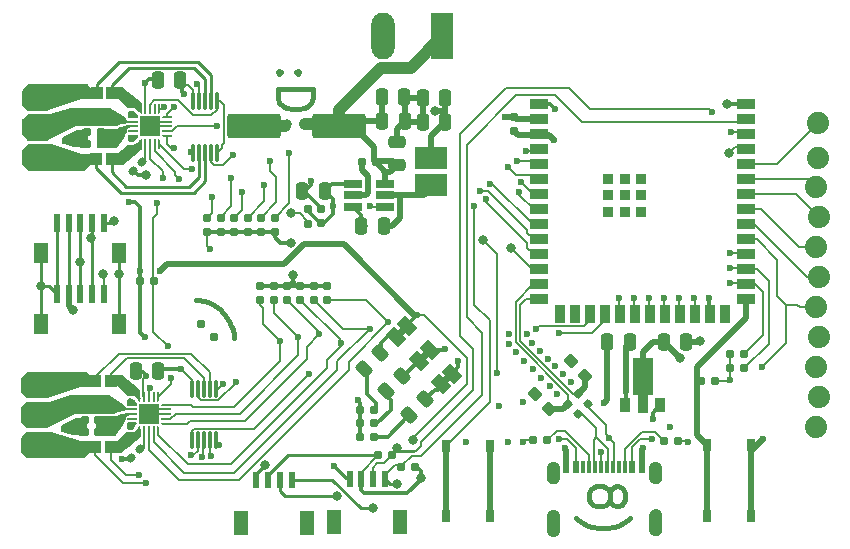
<source format=gbr>
%TF.GenerationSoftware,KiCad,Pcbnew,7.0.9*%
%TF.CreationDate,2023-12-08T19:14:30-07:00*%
%TF.ProjectId,mini_motor_go_V1_rev3,6d696e69-5f6d-46f7-946f-725f676f5f56,rev?*%
%TF.SameCoordinates,Original*%
%TF.FileFunction,Copper,L1,Top*%
%TF.FilePolarity,Positive*%
%FSLAX46Y46*%
G04 Gerber Fmt 4.6, Leading zero omitted, Abs format (unit mm)*
G04 Created by KiCad (PCBNEW 7.0.9) date 2023-12-08 19:14:30*
%MOMM*%
%LPD*%
G01*
G04 APERTURE LIST*
G04 Aperture macros list*
%AMRoundRect*
0 Rectangle with rounded corners*
0 $1 Rounding radius*
0 $2 $3 $4 $5 $6 $7 $8 $9 X,Y pos of 4 corners*
0 Add a 4 corners polygon primitive as box body*
4,1,4,$2,$3,$4,$5,$6,$7,$8,$9,$2,$3,0*
0 Add four circle primitives for the rounded corners*
1,1,$1+$1,$2,$3*
1,1,$1+$1,$4,$5*
1,1,$1+$1,$6,$7*
1,1,$1+$1,$8,$9*
0 Add four rect primitives between the rounded corners*
20,1,$1+$1,$2,$3,$4,$5,0*
20,1,$1+$1,$4,$5,$6,$7,0*
20,1,$1+$1,$6,$7,$8,$9,0*
20,1,$1+$1,$8,$9,$2,$3,0*%
%AMRotRect*
0 Rectangle, with rotation*
0 The origin of the aperture is its center*
0 $1 length*
0 $2 width*
0 $3 Rotation angle, in degrees counterclockwise*
0 Add horizontal line*
21,1,$1,$2,0,0,$3*%
%AMFreePoly0*
4,1,14,0.289644,0.110355,0.410355,-0.010356,0.425000,-0.045711,0.425000,-0.075000,0.410355,-0.110355,0.375000,-0.125000,-0.375000,-0.125000,-0.410355,-0.110355,-0.425000,-0.075000,-0.425000,0.075000,-0.410355,0.110355,-0.375000,0.125000,0.254289,0.125000,0.289644,0.110355,0.289644,0.110355,$1*%
%AMFreePoly1*
4,1,14,0.410355,0.110355,0.425000,0.075000,0.425000,0.045711,0.410355,0.010356,0.289644,-0.110355,0.254289,-0.125000,-0.375000,-0.125000,-0.410355,-0.110355,-0.425000,-0.075000,-0.425000,0.075000,-0.410355,0.110355,-0.375000,0.125000,0.375000,0.125000,0.410355,0.110355,0.410355,0.110355,$1*%
%AMFreePoly2*
4,1,14,0.110355,0.410355,0.125000,0.375000,0.125000,-0.375000,0.110355,-0.410355,0.075000,-0.425000,-0.075000,-0.425000,-0.110355,-0.410355,-0.125000,-0.375000,-0.125000,0.254289,-0.110355,0.289644,0.010356,0.410355,0.045711,0.425000,0.075000,0.425000,0.110355,0.410355,0.110355,0.410355,$1*%
%AMFreePoly3*
4,1,14,-0.010356,0.410355,0.110355,0.289644,0.125000,0.254289,0.125000,-0.375000,0.110355,-0.410355,0.075000,-0.425000,-0.075000,-0.425000,-0.110355,-0.410355,-0.125000,-0.375000,-0.125000,0.375000,-0.110355,0.410355,-0.075000,0.425000,-0.045711,0.425000,-0.010356,0.410355,-0.010356,0.410355,$1*%
%AMFreePoly4*
4,1,14,0.410355,0.110355,0.425000,0.075000,0.425000,-0.075000,0.410355,-0.110355,0.375000,-0.125000,-0.254289,-0.125000,-0.289644,-0.110355,-0.410355,0.010356,-0.425000,0.045711,-0.425000,0.075000,-0.410355,0.110355,-0.375000,0.125000,0.375000,0.125000,0.410355,0.110355,0.410355,0.110355,$1*%
%AMFreePoly5*
4,1,14,0.410355,0.110355,0.425000,0.075000,0.425000,-0.075000,0.410355,-0.110355,0.375000,-0.125000,-0.375000,-0.125000,-0.410355,-0.110355,-0.425000,-0.075000,-0.425000,-0.045711,-0.410355,-0.010356,-0.289644,0.110355,-0.254289,0.125000,0.375000,0.125000,0.410355,0.110355,0.410355,0.110355,$1*%
%AMFreePoly6*
4,1,14,0.110355,0.410355,0.125000,0.375000,0.125000,-0.254289,0.110355,-0.289644,-0.010356,-0.410355,-0.045711,-0.425000,-0.075000,-0.425000,-0.110355,-0.410355,-0.125000,-0.375000,-0.125000,0.375000,-0.110355,0.410355,-0.075000,0.425000,0.075000,0.425000,0.110355,0.410355,0.110355,0.410355,$1*%
%AMFreePoly7*
4,1,14,0.110355,0.410355,0.125000,0.375000,0.125000,-0.375000,0.110355,-0.410355,0.075000,-0.425000,0.045711,-0.425000,0.010356,-0.410355,-0.110355,-0.289644,-0.125000,-0.254289,-0.125000,0.375000,-0.110355,0.410355,-0.075000,0.425000,0.075000,0.425000,0.110355,0.410355,0.110355,0.410355,$1*%
%AMFreePoly8*
4,1,9,3.862500,-0.866500,0.737500,-0.866500,0.737500,-0.450000,-0.737500,-0.450000,-0.737500,0.450000,0.737500,0.450000,0.737500,0.866500,3.862500,0.866500,3.862500,-0.866500,3.862500,-0.866500,$1*%
G04 Aperture macros list end*
%ADD10C,0.400000*%
%TA.AperFunction,NonConductor*%
%ADD11C,0.400000*%
%TD*%
%TA.AperFunction,EtchedComponent*%
%ADD12C,0.010000*%
%TD*%
%TA.AperFunction,SMDPad,CuDef*%
%ADD13RoundRect,0.155000X0.040659X0.259862X-0.259862X-0.040659X-0.040659X-0.259862X0.259862X0.040659X0*%
%TD*%
%TA.AperFunction,SMDPad,CuDef*%
%ADD14RoundRect,0.160000X0.160000X-0.197500X0.160000X0.197500X-0.160000X0.197500X-0.160000X-0.197500X0*%
%TD*%
%TA.AperFunction,SMDPad,CuDef*%
%ADD15RotRect,1.000000X1.500000X45.000000*%
%TD*%
%TA.AperFunction,SMDPad,CuDef*%
%ADD16RoundRect,0.250000X0.250000X0.475000X-0.250000X0.475000X-0.250000X-0.475000X0.250000X-0.475000X0*%
%TD*%
%TA.AperFunction,SMDPad,CuDef*%
%ADD17RoundRect,0.030000X0.120000X-0.695000X0.120000X0.695000X-0.120000X0.695000X-0.120000X-0.695000X0*%
%TD*%
%TA.AperFunction,SMDPad,CuDef*%
%ADD18FreePoly0,90.000000*%
%TD*%
%TA.AperFunction,SMDPad,CuDef*%
%ADD19RoundRect,0.062500X0.062500X-0.362500X0.062500X0.362500X-0.062500X0.362500X-0.062500X-0.362500X0*%
%TD*%
%TA.AperFunction,SMDPad,CuDef*%
%ADD20FreePoly1,90.000000*%
%TD*%
%TA.AperFunction,SMDPad,CuDef*%
%ADD21FreePoly2,90.000000*%
%TD*%
%TA.AperFunction,SMDPad,CuDef*%
%ADD22RoundRect,0.062500X0.362500X-0.062500X0.362500X0.062500X-0.362500X0.062500X-0.362500X-0.062500X0*%
%TD*%
%TA.AperFunction,SMDPad,CuDef*%
%ADD23FreePoly3,90.000000*%
%TD*%
%TA.AperFunction,SMDPad,CuDef*%
%ADD24FreePoly4,90.000000*%
%TD*%
%TA.AperFunction,SMDPad,CuDef*%
%ADD25RoundRect,0.062500X0.062500X-0.350000X0.062500X0.350000X-0.062500X0.350000X-0.062500X-0.350000X0*%
%TD*%
%TA.AperFunction,SMDPad,CuDef*%
%ADD26FreePoly5,90.000000*%
%TD*%
%TA.AperFunction,SMDPad,CuDef*%
%ADD27FreePoly6,90.000000*%
%TD*%
%TA.AperFunction,SMDPad,CuDef*%
%ADD28FreePoly7,90.000000*%
%TD*%
%TA.AperFunction,ComponentPad*%
%ADD29C,0.600000*%
%TD*%
%TA.AperFunction,SMDPad,CuDef*%
%ADD30R,1.700000X1.700000*%
%TD*%
%TA.AperFunction,SMDPad,CuDef*%
%ADD31RoundRect,0.250000X-0.250000X-0.475000X0.250000X-0.475000X0.250000X0.475000X-0.250000X0.475000X0*%
%TD*%
%TA.AperFunction,SMDPad,CuDef*%
%ADD32RoundRect,0.243750X0.150260X-0.494975X0.494975X-0.150260X-0.150260X0.494975X-0.494975X0.150260X0*%
%TD*%
%TA.AperFunction,SMDPad,CuDef*%
%ADD33RoundRect,0.160000X-0.252791X0.026517X0.026517X-0.252791X0.252791X-0.026517X-0.026517X0.252791X0*%
%TD*%
%TA.AperFunction,SMDPad,CuDef*%
%ADD34RoundRect,0.160000X0.197500X0.160000X-0.197500X0.160000X-0.197500X-0.160000X0.197500X-0.160000X0*%
%TD*%
%TA.AperFunction,SMDPad,CuDef*%
%ADD35RoundRect,0.160000X-0.197500X-0.160000X0.197500X-0.160000X0.197500X0.160000X-0.197500X0.160000X0*%
%TD*%
%TA.AperFunction,SMDPad,CuDef*%
%ADD36RoundRect,0.155000X-0.212500X-0.155000X0.212500X-0.155000X0.212500X0.155000X-0.212500X0.155000X0*%
%TD*%
%TA.AperFunction,SMDPad,CuDef*%
%ADD37R,2.800000X1.850000*%
%TD*%
%TA.AperFunction,SMDPad,CuDef*%
%ADD38R,1.100000X1.000000*%
%TD*%
%TA.AperFunction,SMDPad,CuDef*%
%ADD39R,0.600000X1.550000*%
%TD*%
%TA.AperFunction,SMDPad,CuDef*%
%ADD40R,1.200000X1.800000*%
%TD*%
%TA.AperFunction,SMDPad,CuDef*%
%ADD41RoundRect,0.160000X-0.160000X0.197500X-0.160000X-0.197500X0.160000X-0.197500X0.160000X0.197500X0*%
%TD*%
%TA.AperFunction,SMDPad,CuDef*%
%ADD42R,0.599440X1.348740*%
%TD*%
%TA.AperFunction,SMDPad,CuDef*%
%ADD43R,1.198880X1.998980*%
%TD*%
%TA.AperFunction,SMDPad,CuDef*%
%ADD44R,0.700000X1.000000*%
%TD*%
%TA.AperFunction,SMDPad,CuDef*%
%ADD45RoundRect,0.155000X0.212500X0.155000X-0.212500X0.155000X-0.212500X-0.155000X0.212500X-0.155000X0*%
%TD*%
%TA.AperFunction,SMDPad,CuDef*%
%ADD46R,1.500000X0.900000*%
%TD*%
%TA.AperFunction,SMDPad,CuDef*%
%ADD47R,0.900000X1.500000*%
%TD*%
%TA.AperFunction,SMDPad,CuDef*%
%ADD48R,0.900000X0.900000*%
%TD*%
%TA.AperFunction,SMDPad,CuDef*%
%ADD49RoundRect,0.237500X0.380070X-0.044194X-0.044194X0.380070X-0.380070X0.044194X0.044194X-0.380070X0*%
%TD*%
%TA.AperFunction,ComponentPad*%
%ADD50C,1.879600*%
%TD*%
%TA.AperFunction,SMDPad,CuDef*%
%ADD51R,1.560000X0.650000*%
%TD*%
%TA.AperFunction,SMDPad,CuDef*%
%ADD52R,0.600000X1.100000*%
%TD*%
%TA.AperFunction,SMDPad,CuDef*%
%ADD53R,0.300000X1.100000*%
%TD*%
%TA.AperFunction,ComponentPad*%
%ADD54O,0.800000X1.600000*%
%TD*%
%TA.AperFunction,SMDPad,CuDef*%
%ADD55RoundRect,0.250001X1.999999X0.799999X-1.999999X0.799999X-1.999999X-0.799999X1.999999X-0.799999X0*%
%TD*%
%TA.AperFunction,SMDPad,CuDef*%
%ADD56R,0.900000X1.300000*%
%TD*%
%TA.AperFunction,SMDPad,CuDef*%
%ADD57FreePoly8,90.000000*%
%TD*%
%TA.AperFunction,SMDPad,CuDef*%
%ADD58RoundRect,0.250000X-0.475000X0.250000X-0.475000X-0.250000X0.475000X-0.250000X0.475000X0.250000X0*%
%TD*%
%TA.AperFunction,ComponentPad*%
%ADD59R,1.980000X3.960000*%
%TD*%
%TA.AperFunction,ComponentPad*%
%ADD60O,1.980000X3.960000*%
%TD*%
%TA.AperFunction,ViaPad*%
%ADD61C,0.600000*%
%TD*%
%TA.AperFunction,ViaPad*%
%ADD62C,0.800000*%
%TD*%
%TA.AperFunction,Conductor*%
%ADD63C,0.500000*%
%TD*%
%TA.AperFunction,Conductor*%
%ADD64C,1.000000*%
%TD*%
%TA.AperFunction,Conductor*%
%ADD65C,0.300000*%
%TD*%
%TA.AperFunction,Conductor*%
%ADD66C,0.250000*%
%TD*%
%TA.AperFunction,Conductor*%
%ADD67C,0.200000*%
%TD*%
%TA.AperFunction,Conductor*%
%ADD68C,0.152000*%
%TD*%
G04 APERTURE END LIST*
D10*
D11*
X164852228Y-92156014D02*
X164995085Y-91870299D01*
X164995085Y-91870299D02*
X165137942Y-91727442D01*
X165137942Y-91727442D02*
X165423657Y-91584585D01*
X165423657Y-91584585D02*
X165566514Y-91584585D01*
X165566514Y-91584585D02*
X165852228Y-91727442D01*
X165852228Y-91727442D02*
X165995085Y-91870299D01*
X165995085Y-91870299D02*
X166137942Y-92156014D01*
X166137942Y-92156014D02*
X166137942Y-92727442D01*
X166137942Y-92727442D02*
X165995085Y-93013157D01*
X165995085Y-93013157D02*
X165852228Y-93156014D01*
X165852228Y-93156014D02*
X165566514Y-93298871D01*
X165566514Y-93298871D02*
X165423657Y-93298871D01*
X165423657Y-93298871D02*
X165137942Y-93156014D01*
X165137942Y-93156014D02*
X164995085Y-93013157D01*
X164995085Y-93013157D02*
X164852228Y-92727442D01*
X164852228Y-92727442D02*
X164852228Y-92156014D01*
X164852228Y-92156014D02*
X164709371Y-91870299D01*
X164709371Y-91870299D02*
X164566514Y-91727442D01*
X164566514Y-91727442D02*
X164280800Y-91584585D01*
X164280800Y-91584585D02*
X163709371Y-91584585D01*
X163709371Y-91584585D02*
X163423657Y-91727442D01*
X163423657Y-91727442D02*
X163280800Y-91870299D01*
X163280800Y-91870299D02*
X163137942Y-92156014D01*
X163137942Y-92156014D02*
X163137942Y-92727442D01*
X163137942Y-92727442D02*
X163280800Y-93013157D01*
X163280800Y-93013157D02*
X163423657Y-93156014D01*
X163423657Y-93156014D02*
X163709371Y-93298871D01*
X163709371Y-93298871D02*
X164280800Y-93298871D01*
X164280800Y-93298871D02*
X164566514Y-93156014D01*
X164566514Y-93156014D02*
X164709371Y-93013157D01*
X164709371Y-93013157D02*
X164852228Y-92727442D01*
X161995085Y-94298871D02*
X162137942Y-94441728D01*
X162137942Y-94441728D02*
X162566514Y-94727442D01*
X162566514Y-94727442D02*
X162852228Y-94870300D01*
X162852228Y-94870300D02*
X163280800Y-95013157D01*
X163280800Y-95013157D02*
X163995085Y-95156014D01*
X163995085Y-95156014D02*
X164566514Y-95156014D01*
X164566514Y-95156014D02*
X165280800Y-95013157D01*
X165280800Y-95013157D02*
X165709371Y-94870300D01*
X165709371Y-94870300D02*
X165995085Y-94727442D01*
X165995085Y-94727442D02*
X166423657Y-94441728D01*
X166423657Y-94441728D02*
X166566514Y-94298871D01*
D10*
D11*
X131214808Y-78832496D02*
X131416839Y-78832496D01*
X131416839Y-78832496D02*
X131416839Y-79034526D01*
X131416839Y-79034526D02*
X131214808Y-79034526D01*
X131214808Y-79034526D02*
X131214808Y-78832496D01*
X131214808Y-78832496D02*
X131416839Y-79034526D01*
X130103641Y-77721328D02*
X130305671Y-77721328D01*
X130305671Y-77721328D02*
X130305671Y-77923358D01*
X130305671Y-77923358D02*
X130103641Y-77923358D01*
X130103641Y-77923358D02*
X130103641Y-77721328D01*
X130103641Y-77721328D02*
X130305671Y-77923358D01*
X133033083Y-79034526D02*
X133033083Y-78832496D01*
X133033083Y-78832496D02*
X132932067Y-78327420D01*
X132932067Y-78327420D02*
X132831052Y-78024374D01*
X132831052Y-78024374D02*
X132629022Y-77620313D01*
X132629022Y-77620313D02*
X132224961Y-77014221D01*
X132224961Y-77014221D02*
X131820900Y-76610160D01*
X131820900Y-76610160D02*
X131214808Y-76206099D01*
X131214808Y-76206099D02*
X130810747Y-76004069D01*
X130810747Y-76004069D02*
X130507701Y-75903054D01*
X130507701Y-75903054D02*
X130002625Y-75802038D01*
X130002625Y-75802038D02*
X129800594Y-75802038D01*
D10*
D11*
X137013658Y-56547442D02*
X136870801Y-56690299D01*
X136870801Y-56690299D02*
X136727943Y-56547442D01*
X136727943Y-56547442D02*
X136870801Y-56404585D01*
X136870801Y-56404585D02*
X137013658Y-56547442D01*
X137013658Y-56547442D02*
X136727943Y-56547442D01*
X138585086Y-56547442D02*
X138442229Y-56690299D01*
X138442229Y-56690299D02*
X138299372Y-56547442D01*
X138299372Y-56547442D02*
X138442229Y-56404585D01*
X138442229Y-56404585D02*
X138585086Y-56547442D01*
X138585086Y-56547442D02*
X138299372Y-56547442D01*
X136727943Y-57976013D02*
X139727943Y-57976013D01*
X139727943Y-57976013D02*
X139727943Y-58690299D01*
X139727943Y-58690299D02*
X139585086Y-59118870D01*
X139585086Y-59118870D02*
X139299372Y-59404585D01*
X139299372Y-59404585D02*
X139013658Y-59547442D01*
X139013658Y-59547442D02*
X138442229Y-59690299D01*
X138442229Y-59690299D02*
X138013658Y-59690299D01*
X138013658Y-59690299D02*
X137442229Y-59547442D01*
X137442229Y-59547442D02*
X137156515Y-59404585D01*
X137156515Y-59404585D02*
X136870801Y-59118870D01*
X136870801Y-59118870D02*
X136727943Y-58690299D01*
X136727943Y-58690299D02*
X136727943Y-57976013D01*
%TA.AperFunction,EtchedComponent*%
%TO.C,JP1*%
G36*
X151414797Y-82551748D02*
G01*
X151061243Y-82905302D01*
X150636979Y-82481038D01*
X150990533Y-82127484D01*
X151414797Y-82551748D01*
G37*
%TD.AperFunction*%
%TA.AperFunction,EtchedComponent*%
%TO.C,JP3*%
G36*
X147600312Y-78514842D02*
G01*
X147246758Y-78868396D01*
X146822494Y-78444132D01*
X147176048Y-78090578D01*
X147600312Y-78514842D01*
G37*
%TD.AperFunction*%
%TO.C,J11*%
D12*
X160074683Y-89553885D02*
X160100683Y-89555885D01*
X160126683Y-89558885D01*
X160152683Y-89563885D01*
X160177683Y-89569885D01*
X160203683Y-89576885D01*
X160227683Y-89585885D01*
X160251683Y-89595885D01*
X160275683Y-89606885D01*
X160298683Y-89619885D01*
X160320683Y-89633885D01*
X160342683Y-89647885D01*
X160363683Y-89663885D01*
X160383683Y-89680885D01*
X160402683Y-89698885D01*
X160420683Y-89717885D01*
X160437683Y-89737885D01*
X160453683Y-89758885D01*
X160467683Y-89780885D01*
X160481683Y-89802885D01*
X160494683Y-89825885D01*
X160505683Y-89849885D01*
X160515683Y-89873885D01*
X160524683Y-89897885D01*
X160531683Y-89923885D01*
X160537683Y-89948885D01*
X160542683Y-89974885D01*
X160545683Y-90000885D01*
X160547683Y-90026885D01*
X160548683Y-90052885D01*
X160548683Y-90852885D01*
X160547683Y-90878885D01*
X160545683Y-90904885D01*
X160542683Y-90930885D01*
X160537683Y-90956885D01*
X160531683Y-90981885D01*
X160524683Y-91007885D01*
X160515683Y-91031885D01*
X160505683Y-91055885D01*
X160494683Y-91079885D01*
X160481683Y-91102885D01*
X160467683Y-91124885D01*
X160453683Y-91146885D01*
X160437683Y-91167885D01*
X160420683Y-91187885D01*
X160402683Y-91206885D01*
X160383683Y-91224885D01*
X160363683Y-91241885D01*
X160342683Y-91257885D01*
X160320683Y-91271885D01*
X160298683Y-91285885D01*
X160275683Y-91298885D01*
X160251683Y-91309885D01*
X160227683Y-91319885D01*
X160203683Y-91328885D01*
X160177683Y-91335885D01*
X160152683Y-91341885D01*
X160126683Y-91346885D01*
X160100683Y-91349885D01*
X160074683Y-91351885D01*
X160048683Y-91352885D01*
X160022683Y-91351885D01*
X159996683Y-91349885D01*
X159970683Y-91346885D01*
X159944683Y-91341885D01*
X159919683Y-91335885D01*
X159893683Y-91328885D01*
X159869683Y-91319885D01*
X159845683Y-91309885D01*
X159821683Y-91298885D01*
X159798683Y-91285885D01*
X159776683Y-91271885D01*
X159754683Y-91257885D01*
X159733683Y-91241885D01*
X159713683Y-91224885D01*
X159694683Y-91206885D01*
X159676683Y-91187885D01*
X159659683Y-91167885D01*
X159643683Y-91146885D01*
X159629683Y-91124885D01*
X159615683Y-91102885D01*
X159602683Y-91079885D01*
X159591683Y-91055885D01*
X159581683Y-91031885D01*
X159572683Y-91007885D01*
X159565683Y-90981885D01*
X159559683Y-90956885D01*
X159554683Y-90930885D01*
X159551683Y-90904885D01*
X159549683Y-90878885D01*
X159548683Y-90852885D01*
X159548683Y-90052885D01*
X159549683Y-90026885D01*
X159551683Y-90000885D01*
X159554683Y-89974885D01*
X159559683Y-89948885D01*
X159565683Y-89923885D01*
X159572683Y-89897885D01*
X159581683Y-89873885D01*
X159591683Y-89849885D01*
X159602683Y-89825885D01*
X159615683Y-89802885D01*
X159629683Y-89780885D01*
X159643683Y-89758885D01*
X159659683Y-89737885D01*
X159676683Y-89717885D01*
X159694683Y-89698885D01*
X159713683Y-89680885D01*
X159733683Y-89663885D01*
X159754683Y-89647885D01*
X159776683Y-89633885D01*
X159798683Y-89619885D01*
X159821683Y-89606885D01*
X159845683Y-89595885D01*
X159869683Y-89585885D01*
X159893683Y-89576885D01*
X159919683Y-89569885D01*
X159944683Y-89563885D01*
X159970683Y-89558885D01*
X159996683Y-89555885D01*
X160022683Y-89553885D01*
X160048683Y-89552885D01*
X160074683Y-89553885D01*
%TA.AperFunction,EtchedComponent*%
G36*
X160074683Y-89553885D02*
G01*
X160100683Y-89555885D01*
X160126683Y-89558885D01*
X160152683Y-89563885D01*
X160177683Y-89569885D01*
X160203683Y-89576885D01*
X160227683Y-89585885D01*
X160251683Y-89595885D01*
X160275683Y-89606885D01*
X160298683Y-89619885D01*
X160320683Y-89633885D01*
X160342683Y-89647885D01*
X160363683Y-89663885D01*
X160383683Y-89680885D01*
X160402683Y-89698885D01*
X160420683Y-89717885D01*
X160437683Y-89737885D01*
X160453683Y-89758885D01*
X160467683Y-89780885D01*
X160481683Y-89802885D01*
X160494683Y-89825885D01*
X160505683Y-89849885D01*
X160515683Y-89873885D01*
X160524683Y-89897885D01*
X160531683Y-89923885D01*
X160537683Y-89948885D01*
X160542683Y-89974885D01*
X160545683Y-90000885D01*
X160547683Y-90026885D01*
X160548683Y-90052885D01*
X160548683Y-90852885D01*
X160547683Y-90878885D01*
X160545683Y-90904885D01*
X160542683Y-90930885D01*
X160537683Y-90956885D01*
X160531683Y-90981885D01*
X160524683Y-91007885D01*
X160515683Y-91031885D01*
X160505683Y-91055885D01*
X160494683Y-91079885D01*
X160481683Y-91102885D01*
X160467683Y-91124885D01*
X160453683Y-91146885D01*
X160437683Y-91167885D01*
X160420683Y-91187885D01*
X160402683Y-91206885D01*
X160383683Y-91224885D01*
X160363683Y-91241885D01*
X160342683Y-91257885D01*
X160320683Y-91271885D01*
X160298683Y-91285885D01*
X160275683Y-91298885D01*
X160251683Y-91309885D01*
X160227683Y-91319885D01*
X160203683Y-91328885D01*
X160177683Y-91335885D01*
X160152683Y-91341885D01*
X160126683Y-91346885D01*
X160100683Y-91349885D01*
X160074683Y-91351885D01*
X160048683Y-91352885D01*
X160022683Y-91351885D01*
X159996683Y-91349885D01*
X159970683Y-91346885D01*
X159944683Y-91341885D01*
X159919683Y-91335885D01*
X159893683Y-91328885D01*
X159869683Y-91319885D01*
X159845683Y-91309885D01*
X159821683Y-91298885D01*
X159798683Y-91285885D01*
X159776683Y-91271885D01*
X159754683Y-91257885D01*
X159733683Y-91241885D01*
X159713683Y-91224885D01*
X159694683Y-91206885D01*
X159676683Y-91187885D01*
X159659683Y-91167885D01*
X159643683Y-91146885D01*
X159629683Y-91124885D01*
X159615683Y-91102885D01*
X159602683Y-91079885D01*
X159591683Y-91055885D01*
X159581683Y-91031885D01*
X159572683Y-91007885D01*
X159565683Y-90981885D01*
X159559683Y-90956885D01*
X159554683Y-90930885D01*
X159551683Y-90904885D01*
X159549683Y-90878885D01*
X159548683Y-90852885D01*
X159548683Y-90052885D01*
X159549683Y-90026885D01*
X159551683Y-90000885D01*
X159554683Y-89974885D01*
X159559683Y-89948885D01*
X159565683Y-89923885D01*
X159572683Y-89897885D01*
X159581683Y-89873885D01*
X159591683Y-89849885D01*
X159602683Y-89825885D01*
X159615683Y-89802885D01*
X159629683Y-89780885D01*
X159643683Y-89758885D01*
X159659683Y-89737885D01*
X159676683Y-89717885D01*
X159694683Y-89698885D01*
X159713683Y-89680885D01*
X159733683Y-89663885D01*
X159754683Y-89647885D01*
X159776683Y-89633885D01*
X159798683Y-89619885D01*
X159821683Y-89606885D01*
X159845683Y-89595885D01*
X159869683Y-89585885D01*
X159893683Y-89576885D01*
X159919683Y-89569885D01*
X159944683Y-89563885D01*
X159970683Y-89558885D01*
X159996683Y-89555885D01*
X160022683Y-89553885D01*
X160048683Y-89552885D01*
X160074683Y-89553885D01*
G37*
%TD.AperFunction*%
X160079600Y-93601700D02*
X160105600Y-93603700D01*
X160131600Y-93606700D01*
X160157600Y-93611700D01*
X160182600Y-93617700D01*
X160208600Y-93624700D01*
X160232600Y-93633700D01*
X160256600Y-93643700D01*
X160280600Y-93654700D01*
X160303600Y-93667700D01*
X160325600Y-93681700D01*
X160347600Y-93695700D01*
X160368600Y-93711700D01*
X160388600Y-93728700D01*
X160407600Y-93746700D01*
X160425600Y-93765700D01*
X160442600Y-93785700D01*
X160458600Y-93806700D01*
X160472600Y-93828700D01*
X160486600Y-93850700D01*
X160499600Y-93873700D01*
X160510600Y-93897700D01*
X160520600Y-93921700D01*
X160529600Y-93945700D01*
X160536600Y-93971700D01*
X160542600Y-93996700D01*
X160547600Y-94022700D01*
X160550600Y-94048700D01*
X160552600Y-94074700D01*
X160553600Y-94100700D01*
X160553600Y-95300700D01*
X160552600Y-95326700D01*
X160550600Y-95352700D01*
X160547600Y-95378700D01*
X160542600Y-95404700D01*
X160536600Y-95429700D01*
X160529600Y-95455700D01*
X160520600Y-95479700D01*
X160510600Y-95503700D01*
X160499600Y-95527700D01*
X160486600Y-95550700D01*
X160472600Y-95572700D01*
X160458600Y-95594700D01*
X160442600Y-95615700D01*
X160425600Y-95635700D01*
X160407600Y-95654700D01*
X160388600Y-95672700D01*
X160368600Y-95689700D01*
X160347600Y-95705700D01*
X160325600Y-95719700D01*
X160303600Y-95733700D01*
X160280600Y-95746700D01*
X160256600Y-95757700D01*
X160232600Y-95767700D01*
X160208600Y-95776700D01*
X160182600Y-95783700D01*
X160157600Y-95789700D01*
X160131600Y-95794700D01*
X160105600Y-95797700D01*
X160079600Y-95799700D01*
X160053600Y-95800700D01*
X160027600Y-95799700D01*
X160001600Y-95797700D01*
X159975600Y-95794700D01*
X159949600Y-95789700D01*
X159924600Y-95783700D01*
X159898600Y-95776700D01*
X159874600Y-95767700D01*
X159850600Y-95757700D01*
X159826600Y-95746700D01*
X159803600Y-95733700D01*
X159781600Y-95719700D01*
X159759600Y-95705700D01*
X159738600Y-95689700D01*
X159718600Y-95672700D01*
X159699600Y-95654700D01*
X159681600Y-95635700D01*
X159664600Y-95615700D01*
X159648600Y-95594700D01*
X159634600Y-95572700D01*
X159620600Y-95550700D01*
X159607600Y-95527700D01*
X159596600Y-95503700D01*
X159586600Y-95479700D01*
X159577600Y-95455700D01*
X159570600Y-95429700D01*
X159564600Y-95404700D01*
X159559600Y-95378700D01*
X159556600Y-95352700D01*
X159554600Y-95326700D01*
X159553600Y-95300700D01*
X159553600Y-94100700D01*
X159554600Y-94074700D01*
X159556600Y-94048700D01*
X159559600Y-94022700D01*
X159564600Y-93996700D01*
X159570600Y-93971700D01*
X159577600Y-93945700D01*
X159586600Y-93921700D01*
X159596600Y-93897700D01*
X159607600Y-93873700D01*
X159620600Y-93850700D01*
X159634600Y-93828700D01*
X159648600Y-93806700D01*
X159664600Y-93785700D01*
X159681600Y-93765700D01*
X159699600Y-93746700D01*
X159718600Y-93728700D01*
X159738600Y-93711700D01*
X159759600Y-93695700D01*
X159781600Y-93681700D01*
X159803600Y-93667700D01*
X159826600Y-93654700D01*
X159850600Y-93643700D01*
X159874600Y-93633700D01*
X159898600Y-93624700D01*
X159924600Y-93617700D01*
X159949600Y-93611700D01*
X159975600Y-93606700D01*
X160001600Y-93603700D01*
X160027600Y-93601700D01*
X160053600Y-93600700D01*
X160079600Y-93601700D01*
%TA.AperFunction,EtchedComponent*%
G36*
X160079600Y-93601700D02*
G01*
X160105600Y-93603700D01*
X160131600Y-93606700D01*
X160157600Y-93611700D01*
X160182600Y-93617700D01*
X160208600Y-93624700D01*
X160232600Y-93633700D01*
X160256600Y-93643700D01*
X160280600Y-93654700D01*
X160303600Y-93667700D01*
X160325600Y-93681700D01*
X160347600Y-93695700D01*
X160368600Y-93711700D01*
X160388600Y-93728700D01*
X160407600Y-93746700D01*
X160425600Y-93765700D01*
X160442600Y-93785700D01*
X160458600Y-93806700D01*
X160472600Y-93828700D01*
X160486600Y-93850700D01*
X160499600Y-93873700D01*
X160510600Y-93897700D01*
X160520600Y-93921700D01*
X160529600Y-93945700D01*
X160536600Y-93971700D01*
X160542600Y-93996700D01*
X160547600Y-94022700D01*
X160550600Y-94048700D01*
X160552600Y-94074700D01*
X160553600Y-94100700D01*
X160553600Y-95300700D01*
X160552600Y-95326700D01*
X160550600Y-95352700D01*
X160547600Y-95378700D01*
X160542600Y-95404700D01*
X160536600Y-95429700D01*
X160529600Y-95455700D01*
X160520600Y-95479700D01*
X160510600Y-95503700D01*
X160499600Y-95527700D01*
X160486600Y-95550700D01*
X160472600Y-95572700D01*
X160458600Y-95594700D01*
X160442600Y-95615700D01*
X160425600Y-95635700D01*
X160407600Y-95654700D01*
X160388600Y-95672700D01*
X160368600Y-95689700D01*
X160347600Y-95705700D01*
X160325600Y-95719700D01*
X160303600Y-95733700D01*
X160280600Y-95746700D01*
X160256600Y-95757700D01*
X160232600Y-95767700D01*
X160208600Y-95776700D01*
X160182600Y-95783700D01*
X160157600Y-95789700D01*
X160131600Y-95794700D01*
X160105600Y-95797700D01*
X160079600Y-95799700D01*
X160053600Y-95800700D01*
X160027600Y-95799700D01*
X160001600Y-95797700D01*
X159975600Y-95794700D01*
X159949600Y-95789700D01*
X159924600Y-95783700D01*
X159898600Y-95776700D01*
X159874600Y-95767700D01*
X159850600Y-95757700D01*
X159826600Y-95746700D01*
X159803600Y-95733700D01*
X159781600Y-95719700D01*
X159759600Y-95705700D01*
X159738600Y-95689700D01*
X159718600Y-95672700D01*
X159699600Y-95654700D01*
X159681600Y-95635700D01*
X159664600Y-95615700D01*
X159648600Y-95594700D01*
X159634600Y-95572700D01*
X159620600Y-95550700D01*
X159607600Y-95527700D01*
X159596600Y-95503700D01*
X159586600Y-95479700D01*
X159577600Y-95455700D01*
X159570600Y-95429700D01*
X159564600Y-95404700D01*
X159559600Y-95378700D01*
X159556600Y-95352700D01*
X159554600Y-95326700D01*
X159553600Y-95300700D01*
X159553600Y-94100700D01*
X159554600Y-94074700D01*
X159556600Y-94048700D01*
X159559600Y-94022700D01*
X159564600Y-93996700D01*
X159570600Y-93971700D01*
X159577600Y-93945700D01*
X159586600Y-93921700D01*
X159596600Y-93897700D01*
X159607600Y-93873700D01*
X159620600Y-93850700D01*
X159634600Y-93828700D01*
X159648600Y-93806700D01*
X159664600Y-93785700D01*
X159681600Y-93765700D01*
X159699600Y-93746700D01*
X159718600Y-93728700D01*
X159738600Y-93711700D01*
X159759600Y-93695700D01*
X159781600Y-93681700D01*
X159803600Y-93667700D01*
X159826600Y-93654700D01*
X159850600Y-93643700D01*
X159874600Y-93633700D01*
X159898600Y-93624700D01*
X159924600Y-93617700D01*
X159949600Y-93611700D01*
X159975600Y-93606700D01*
X160001600Y-93603700D01*
X160027600Y-93601700D01*
X160053600Y-93600700D01*
X160079600Y-93601700D01*
G37*
%TD.AperFunction*%
X168729600Y-89551700D02*
X168755600Y-89553700D01*
X168781600Y-89556700D01*
X168807600Y-89561700D01*
X168832600Y-89567700D01*
X168858600Y-89574700D01*
X168882600Y-89583700D01*
X168906600Y-89593700D01*
X168930600Y-89604700D01*
X168953600Y-89617700D01*
X168975600Y-89631700D01*
X168997600Y-89645700D01*
X169018600Y-89661700D01*
X169038600Y-89678700D01*
X169057600Y-89696700D01*
X169075600Y-89715700D01*
X169092600Y-89735700D01*
X169108600Y-89756700D01*
X169122600Y-89778700D01*
X169136600Y-89800700D01*
X169149600Y-89823700D01*
X169160600Y-89847700D01*
X169170600Y-89871700D01*
X169179600Y-89895700D01*
X169186600Y-89921700D01*
X169192600Y-89946700D01*
X169197600Y-89972700D01*
X169200600Y-89998700D01*
X169202600Y-90024700D01*
X169203600Y-90050700D01*
X169203600Y-90850700D01*
X169202600Y-90876700D01*
X169200600Y-90902700D01*
X169197600Y-90928700D01*
X169192600Y-90954700D01*
X169186600Y-90979700D01*
X169179600Y-91005700D01*
X169170600Y-91029700D01*
X169160600Y-91053700D01*
X169149600Y-91077700D01*
X169136600Y-91100700D01*
X169122600Y-91122700D01*
X169108600Y-91144700D01*
X169092600Y-91165700D01*
X169075600Y-91185700D01*
X169057600Y-91204700D01*
X169038600Y-91222700D01*
X169018600Y-91239700D01*
X168997600Y-91255700D01*
X168975600Y-91269700D01*
X168953600Y-91283700D01*
X168930600Y-91296700D01*
X168906600Y-91307700D01*
X168882600Y-91317700D01*
X168858600Y-91326700D01*
X168832600Y-91333700D01*
X168807600Y-91339700D01*
X168781600Y-91344700D01*
X168755600Y-91347700D01*
X168729600Y-91349700D01*
X168703600Y-91350700D01*
X168677600Y-91349700D01*
X168651600Y-91347700D01*
X168625600Y-91344700D01*
X168599600Y-91339700D01*
X168574600Y-91333700D01*
X168548600Y-91326700D01*
X168524600Y-91317700D01*
X168500600Y-91307700D01*
X168476600Y-91296700D01*
X168453600Y-91283700D01*
X168431600Y-91269700D01*
X168409600Y-91255700D01*
X168388600Y-91239700D01*
X168368600Y-91222700D01*
X168349600Y-91204700D01*
X168331600Y-91185700D01*
X168314600Y-91165700D01*
X168298600Y-91144700D01*
X168284600Y-91122700D01*
X168270600Y-91100700D01*
X168257600Y-91077700D01*
X168246600Y-91053700D01*
X168236600Y-91029700D01*
X168227600Y-91005700D01*
X168220600Y-90979700D01*
X168214600Y-90954700D01*
X168209600Y-90928700D01*
X168206600Y-90902700D01*
X168204600Y-90876700D01*
X168203600Y-90850700D01*
X168203600Y-90050700D01*
X168204600Y-90024700D01*
X168206600Y-89998700D01*
X168209600Y-89972700D01*
X168214600Y-89946700D01*
X168220600Y-89921700D01*
X168227600Y-89895700D01*
X168236600Y-89871700D01*
X168246600Y-89847700D01*
X168257600Y-89823700D01*
X168270600Y-89800700D01*
X168284600Y-89778700D01*
X168298600Y-89756700D01*
X168314600Y-89735700D01*
X168331600Y-89715700D01*
X168349600Y-89696700D01*
X168368600Y-89678700D01*
X168388600Y-89661700D01*
X168409600Y-89645700D01*
X168431600Y-89631700D01*
X168453600Y-89617700D01*
X168476600Y-89604700D01*
X168500600Y-89593700D01*
X168524600Y-89583700D01*
X168548600Y-89574700D01*
X168574600Y-89567700D01*
X168599600Y-89561700D01*
X168625600Y-89556700D01*
X168651600Y-89553700D01*
X168677600Y-89551700D01*
X168703600Y-89550700D01*
X168729600Y-89551700D01*
%TA.AperFunction,EtchedComponent*%
G36*
X168729600Y-89551700D02*
G01*
X168755600Y-89553700D01*
X168781600Y-89556700D01*
X168807600Y-89561700D01*
X168832600Y-89567700D01*
X168858600Y-89574700D01*
X168882600Y-89583700D01*
X168906600Y-89593700D01*
X168930600Y-89604700D01*
X168953600Y-89617700D01*
X168975600Y-89631700D01*
X168997600Y-89645700D01*
X169018600Y-89661700D01*
X169038600Y-89678700D01*
X169057600Y-89696700D01*
X169075600Y-89715700D01*
X169092600Y-89735700D01*
X169108600Y-89756700D01*
X169122600Y-89778700D01*
X169136600Y-89800700D01*
X169149600Y-89823700D01*
X169160600Y-89847700D01*
X169170600Y-89871700D01*
X169179600Y-89895700D01*
X169186600Y-89921700D01*
X169192600Y-89946700D01*
X169197600Y-89972700D01*
X169200600Y-89998700D01*
X169202600Y-90024700D01*
X169203600Y-90050700D01*
X169203600Y-90850700D01*
X169202600Y-90876700D01*
X169200600Y-90902700D01*
X169197600Y-90928700D01*
X169192600Y-90954700D01*
X169186600Y-90979700D01*
X169179600Y-91005700D01*
X169170600Y-91029700D01*
X169160600Y-91053700D01*
X169149600Y-91077700D01*
X169136600Y-91100700D01*
X169122600Y-91122700D01*
X169108600Y-91144700D01*
X169092600Y-91165700D01*
X169075600Y-91185700D01*
X169057600Y-91204700D01*
X169038600Y-91222700D01*
X169018600Y-91239700D01*
X168997600Y-91255700D01*
X168975600Y-91269700D01*
X168953600Y-91283700D01*
X168930600Y-91296700D01*
X168906600Y-91307700D01*
X168882600Y-91317700D01*
X168858600Y-91326700D01*
X168832600Y-91333700D01*
X168807600Y-91339700D01*
X168781600Y-91344700D01*
X168755600Y-91347700D01*
X168729600Y-91349700D01*
X168703600Y-91350700D01*
X168677600Y-91349700D01*
X168651600Y-91347700D01*
X168625600Y-91344700D01*
X168599600Y-91339700D01*
X168574600Y-91333700D01*
X168548600Y-91326700D01*
X168524600Y-91317700D01*
X168500600Y-91307700D01*
X168476600Y-91296700D01*
X168453600Y-91283700D01*
X168431600Y-91269700D01*
X168409600Y-91255700D01*
X168388600Y-91239700D01*
X168368600Y-91222700D01*
X168349600Y-91204700D01*
X168331600Y-91185700D01*
X168314600Y-91165700D01*
X168298600Y-91144700D01*
X168284600Y-91122700D01*
X168270600Y-91100700D01*
X168257600Y-91077700D01*
X168246600Y-91053700D01*
X168236600Y-91029700D01*
X168227600Y-91005700D01*
X168220600Y-90979700D01*
X168214600Y-90954700D01*
X168209600Y-90928700D01*
X168206600Y-90902700D01*
X168204600Y-90876700D01*
X168203600Y-90850700D01*
X168203600Y-90050700D01*
X168204600Y-90024700D01*
X168206600Y-89998700D01*
X168209600Y-89972700D01*
X168214600Y-89946700D01*
X168220600Y-89921700D01*
X168227600Y-89895700D01*
X168236600Y-89871700D01*
X168246600Y-89847700D01*
X168257600Y-89823700D01*
X168270600Y-89800700D01*
X168284600Y-89778700D01*
X168298600Y-89756700D01*
X168314600Y-89735700D01*
X168331600Y-89715700D01*
X168349600Y-89696700D01*
X168368600Y-89678700D01*
X168388600Y-89661700D01*
X168409600Y-89645700D01*
X168431600Y-89631700D01*
X168453600Y-89617700D01*
X168476600Y-89604700D01*
X168500600Y-89593700D01*
X168524600Y-89583700D01*
X168548600Y-89574700D01*
X168574600Y-89567700D01*
X168599600Y-89561700D01*
X168625600Y-89556700D01*
X168651600Y-89553700D01*
X168677600Y-89551700D01*
X168703600Y-89550700D01*
X168729600Y-89551700D01*
G37*
%TD.AperFunction*%
X168729600Y-93551700D02*
X168755600Y-93553700D01*
X168781600Y-93556700D01*
X168807600Y-93561700D01*
X168832600Y-93567700D01*
X168858600Y-93574700D01*
X168882600Y-93583700D01*
X168906600Y-93593700D01*
X168930600Y-93604700D01*
X168953600Y-93617700D01*
X168975600Y-93631700D01*
X168997600Y-93645700D01*
X169018600Y-93661700D01*
X169038600Y-93678700D01*
X169057600Y-93696700D01*
X169075600Y-93715700D01*
X169092600Y-93735700D01*
X169108600Y-93756700D01*
X169122600Y-93778700D01*
X169136600Y-93800700D01*
X169149600Y-93823700D01*
X169160600Y-93847700D01*
X169170600Y-93871700D01*
X169179600Y-93895700D01*
X169186600Y-93921700D01*
X169192600Y-93946700D01*
X169197600Y-93972700D01*
X169200600Y-93998700D01*
X169202600Y-94024700D01*
X169203600Y-94050700D01*
X169203600Y-95250700D01*
X169202600Y-95276700D01*
X169200600Y-95302700D01*
X169197600Y-95328700D01*
X169192600Y-95354700D01*
X169186600Y-95379700D01*
X169179600Y-95405700D01*
X169170600Y-95429700D01*
X169160600Y-95453700D01*
X169149600Y-95477700D01*
X169136600Y-95500700D01*
X169122600Y-95522700D01*
X169108600Y-95544700D01*
X169092600Y-95565700D01*
X169075600Y-95585700D01*
X169057600Y-95604700D01*
X169038600Y-95622700D01*
X169018600Y-95639700D01*
X168997600Y-95655700D01*
X168975600Y-95669700D01*
X168953600Y-95683700D01*
X168930600Y-95696700D01*
X168906600Y-95707700D01*
X168882600Y-95717700D01*
X168858600Y-95726700D01*
X168832600Y-95733700D01*
X168807600Y-95739700D01*
X168781600Y-95744700D01*
X168755600Y-95747700D01*
X168729600Y-95749700D01*
X168703600Y-95750700D01*
X168677600Y-95749700D01*
X168651600Y-95747700D01*
X168625600Y-95744700D01*
X168599600Y-95739700D01*
X168574600Y-95733700D01*
X168548600Y-95726700D01*
X168524600Y-95717700D01*
X168500600Y-95707700D01*
X168476600Y-95696700D01*
X168453600Y-95683700D01*
X168431600Y-95669700D01*
X168409600Y-95655700D01*
X168388600Y-95639700D01*
X168368600Y-95622700D01*
X168349600Y-95604700D01*
X168331600Y-95585700D01*
X168314600Y-95565700D01*
X168298600Y-95544700D01*
X168284600Y-95522700D01*
X168270600Y-95500700D01*
X168257600Y-95477700D01*
X168246600Y-95453700D01*
X168236600Y-95429700D01*
X168227600Y-95405700D01*
X168220600Y-95379700D01*
X168214600Y-95354700D01*
X168209600Y-95328700D01*
X168206600Y-95302700D01*
X168204600Y-95276700D01*
X168203600Y-95250700D01*
X168203600Y-94050700D01*
X168204600Y-94024700D01*
X168206600Y-93998700D01*
X168209600Y-93972700D01*
X168214600Y-93946700D01*
X168220600Y-93921700D01*
X168227600Y-93895700D01*
X168236600Y-93871700D01*
X168246600Y-93847700D01*
X168257600Y-93823700D01*
X168270600Y-93800700D01*
X168284600Y-93778700D01*
X168298600Y-93756700D01*
X168314600Y-93735700D01*
X168331600Y-93715700D01*
X168349600Y-93696700D01*
X168368600Y-93678700D01*
X168388600Y-93661700D01*
X168409600Y-93645700D01*
X168431600Y-93631700D01*
X168453600Y-93617700D01*
X168476600Y-93604700D01*
X168500600Y-93593700D01*
X168524600Y-93583700D01*
X168548600Y-93574700D01*
X168574600Y-93567700D01*
X168599600Y-93561700D01*
X168625600Y-93556700D01*
X168651600Y-93553700D01*
X168677600Y-93551700D01*
X168703600Y-93550700D01*
X168729600Y-93551700D01*
%TA.AperFunction,EtchedComponent*%
G36*
X168729600Y-93551700D02*
G01*
X168755600Y-93553700D01*
X168781600Y-93556700D01*
X168807600Y-93561700D01*
X168832600Y-93567700D01*
X168858600Y-93574700D01*
X168882600Y-93583700D01*
X168906600Y-93593700D01*
X168930600Y-93604700D01*
X168953600Y-93617700D01*
X168975600Y-93631700D01*
X168997600Y-93645700D01*
X169018600Y-93661700D01*
X169038600Y-93678700D01*
X169057600Y-93696700D01*
X169075600Y-93715700D01*
X169092600Y-93735700D01*
X169108600Y-93756700D01*
X169122600Y-93778700D01*
X169136600Y-93800700D01*
X169149600Y-93823700D01*
X169160600Y-93847700D01*
X169170600Y-93871700D01*
X169179600Y-93895700D01*
X169186600Y-93921700D01*
X169192600Y-93946700D01*
X169197600Y-93972700D01*
X169200600Y-93998700D01*
X169202600Y-94024700D01*
X169203600Y-94050700D01*
X169203600Y-95250700D01*
X169202600Y-95276700D01*
X169200600Y-95302700D01*
X169197600Y-95328700D01*
X169192600Y-95354700D01*
X169186600Y-95379700D01*
X169179600Y-95405700D01*
X169170600Y-95429700D01*
X169160600Y-95453700D01*
X169149600Y-95477700D01*
X169136600Y-95500700D01*
X169122600Y-95522700D01*
X169108600Y-95544700D01*
X169092600Y-95565700D01*
X169075600Y-95585700D01*
X169057600Y-95604700D01*
X169038600Y-95622700D01*
X169018600Y-95639700D01*
X168997600Y-95655700D01*
X168975600Y-95669700D01*
X168953600Y-95683700D01*
X168930600Y-95696700D01*
X168906600Y-95707700D01*
X168882600Y-95717700D01*
X168858600Y-95726700D01*
X168832600Y-95733700D01*
X168807600Y-95739700D01*
X168781600Y-95744700D01*
X168755600Y-95747700D01*
X168729600Y-95749700D01*
X168703600Y-95750700D01*
X168677600Y-95749700D01*
X168651600Y-95747700D01*
X168625600Y-95744700D01*
X168599600Y-95739700D01*
X168574600Y-95733700D01*
X168548600Y-95726700D01*
X168524600Y-95717700D01*
X168500600Y-95707700D01*
X168476600Y-95696700D01*
X168453600Y-95683700D01*
X168431600Y-95669700D01*
X168409600Y-95655700D01*
X168388600Y-95639700D01*
X168368600Y-95622700D01*
X168349600Y-95604700D01*
X168331600Y-95585700D01*
X168314600Y-95565700D01*
X168298600Y-95544700D01*
X168284600Y-95522700D01*
X168270600Y-95500700D01*
X168257600Y-95477700D01*
X168246600Y-95453700D01*
X168236600Y-95429700D01*
X168227600Y-95405700D01*
X168220600Y-95379700D01*
X168214600Y-95354700D01*
X168209600Y-95328700D01*
X168206600Y-95302700D01*
X168204600Y-95276700D01*
X168203600Y-95250700D01*
X168203600Y-94050700D01*
X168204600Y-94024700D01*
X168206600Y-93998700D01*
X168209600Y-93972700D01*
X168214600Y-93946700D01*
X168220600Y-93921700D01*
X168227600Y-93895700D01*
X168236600Y-93871700D01*
X168246600Y-93847700D01*
X168257600Y-93823700D01*
X168270600Y-93800700D01*
X168284600Y-93778700D01*
X168298600Y-93756700D01*
X168314600Y-93735700D01*
X168331600Y-93715700D01*
X168349600Y-93696700D01*
X168368600Y-93678700D01*
X168388600Y-93661700D01*
X168409600Y-93645700D01*
X168431600Y-93631700D01*
X168453600Y-93617700D01*
X168476600Y-93604700D01*
X168500600Y-93593700D01*
X168524600Y-93583700D01*
X168548600Y-93574700D01*
X168574600Y-93567700D01*
X168599600Y-93561700D01*
X168625600Y-93556700D01*
X168651600Y-93553700D01*
X168677600Y-93551700D01*
X168703600Y-93550700D01*
X168729600Y-93551700D01*
G37*
%TD.AperFunction*%
%TA.AperFunction,EtchedComponent*%
%TO.C,JP2*%
G36*
X149531344Y-80551085D02*
G01*
X149177790Y-80904639D01*
X148753526Y-80480375D01*
X149107080Y-80126821D01*
X149531344Y-80551085D01*
G37*
%TD.AperFunction*%
%TD*%
D13*
%TO.P,C2,1,1*%
%TO.N,Net-(U5-VCP)*%
X125104280Y-88414457D03*
%TO.P,C2,2,2*%
%TO.N,+BATT*%
X124301714Y-89217023D03*
%TD*%
D14*
%TO.P,R14,1,1*%
%TO.N,GND*%
X135331749Y-70060966D03*
%TO.P,R14,2,2*%
%TO.N,m1_wl*%
X135331749Y-68865966D03*
%TD*%
D15*
%TO.P,JP1,1,A*%
%TO.N,Net-(D1-A)*%
X150566269Y-82976012D03*
%TO.P,JP1,2,B*%
%TO.N,gpio8*%
X151485507Y-82056774D03*
%TD*%
D16*
%TO.P,C13,1,1*%
%TO.N,Net-(C11-Pad2)*%
X147475000Y-58675000D03*
%TO.P,C13,2,2*%
%TO.N,+BATT*%
X145575000Y-58675000D03*
%TD*%
D17*
%TO.P,U4,1,out_1*%
%TO.N,m1_current_sense_u*%
X129570599Y-63370400D03*
%TO.P,U4,2,in-1*%
%TO.N,Net-(U2-W)*%
X130070599Y-63370400D03*
%TO.P,U4,3,in+1*%
%TO.N,Net-(U4-in+1)*%
X130570599Y-63370400D03*
%TO.P,U4,4,GND*%
%TO.N,GND*%
X131070599Y-63370400D03*
%TO.P,U4,5,ref_1*%
%TO.N,Net-(U2-1.8v_out)*%
X131570599Y-63370400D03*
%TO.P,U4,6,ref_2*%
X131570599Y-58970400D03*
%TO.P,U4,7,in+2*%
%TO.N,Net-(U4-in+2)*%
X131070599Y-58970400D03*
%TO.P,U4,8,in-2*%
%TO.N,Net-(U2-U)*%
X130570599Y-58970400D03*
%TO.P,U4,9,out_2*%
%TO.N,m1_current_sense_w*%
X130070599Y-58970400D03*
%TO.P,U4,10,VS*%
%TO.N,+3.3V*%
X129570599Y-58970400D03*
%TD*%
D18*
%TO.P,U2,1,W*%
%TO.N,Net-(U2-W)*%
X125131600Y-62586400D03*
D19*
%TO.P,U2,2,VCP*%
%TO.N,Net-(U2-VCP)*%
X125531600Y-62586400D03*
%TO.P,U2,3,UH*%
%TO.N,m1_uh*%
X125931600Y-62586400D03*
%TO.P,U2,4,VH*%
%TO.N,m1_vh*%
X126331600Y-62586400D03*
D20*
%TO.P,U2,5,WH*%
%TO.N,m1_wh*%
X126731600Y-62586400D03*
D21*
%TO.P,U2,6,UL*%
%TO.N,m1_ul*%
X127381600Y-61936400D03*
D22*
%TO.P,U2,7,WL*%
%TO.N,m1_wl*%
X127381600Y-61536400D03*
%TO.P,U2,8,GND*%
%TO.N,GND*%
X127381600Y-61136400D03*
%TO.P,U2,9,GND*%
X127381600Y-60736400D03*
D23*
%TO.P,U2,10,VL*%
%TO.N,m1_vl*%
X127381600Y-60336400D03*
D24*
%TO.P,U2,11,VIO/STDBY*%
%TO.N,/motor_controls/standby*%
X126731600Y-59686400D03*
D19*
%TO.P,U2,12,DAIG*%
%TO.N,/motor_controls1/motor_fault_detect*%
X126331600Y-59686400D03*
D25*
%TO.P,U2,13,1.8v_out*%
%TO.N,Net-(U2-1.8v_out)*%
X125931600Y-59698900D03*
D19*
%TO.P,U2,14,GND*%
%TO.N,GND*%
X125531600Y-59686400D03*
D26*
%TO.P,U2,15,U*%
%TO.N,Net-(U2-U)*%
X125131600Y-59686400D03*
D27*
%TO.P,U2,16,BRUV*%
%TO.N,GND*%
X124481600Y-60336400D03*
D22*
%TO.P,U2,17,V*%
%TO.N,Net-(U2-V)*%
X124481600Y-60736400D03*
%TO.P,U2,18,VS*%
%TO.N,+BATT*%
X124481600Y-61136400D03*
%TO.P,U2,19,NC*%
%TO.N,unconnected-(U2-NC-Pad19)*%
X124481600Y-61536400D03*
D28*
%TO.P,U2,20,BRW*%
%TO.N,GND*%
X124481600Y-61936400D03*
D29*
%TO.P,U2,21,PAD*%
X125481600Y-61536400D03*
X126381600Y-61536400D03*
D30*
X125931600Y-61136400D03*
D29*
X125481600Y-60736400D03*
X126381600Y-60736400D03*
%TD*%
D14*
%TO.P,R7,1,1*%
%TO.N,GND*%
X133052632Y-70058317D03*
%TO.P,R7,2,2*%
%TO.N,m1_vh*%
X133052632Y-68863317D03*
%TD*%
D31*
%TO.P,C18,1,1*%
%TO.N,+3.3V*%
X169445000Y-79365000D03*
%TO.P,C18,2,2*%
%TO.N,GND*%
X171345000Y-79365000D03*
%TD*%
D32*
%TO.P,D3,1,K*%
%TO.N,Net-(D3-K)*%
X144042618Y-81685208D03*
%TO.P,D3,2,A*%
%TO.N,Net-(D3-A)*%
X145368444Y-80359382D03*
%TD*%
D31*
%TO.P,C17,1,1*%
%TO.N,+5V*%
X164655001Y-79405000D03*
%TO.P,C17,2,2*%
%TO.N,GND*%
X166555001Y-79405000D03*
%TD*%
D33*
%TO.P,R20,1,1*%
%TO.N,usb_d-*%
X161356561Y-84630176D03*
%TO.P,R20,2,2*%
%TO.N,Net-(J11-DN1)*%
X162201553Y-85475168D03*
%TD*%
D17*
%TO.P,U3,1,out_1*%
%TO.N,m2_current_sense_w*%
X129479524Y-87726458D03*
%TO.P,U3,2,in-1*%
%TO.N,Net-(U3-in-1)*%
X129979524Y-87726458D03*
%TO.P,U3,3,in+1*%
%TO.N,Net-(U3-in+1)*%
X130479524Y-87726458D03*
%TO.P,U3,4,GND*%
%TO.N,GND*%
X130979524Y-87726458D03*
%TO.P,U3,5,ref_1*%
%TO.N,Net-(U3-ref_1)*%
X131479524Y-87726458D03*
%TO.P,U3,6,ref_2*%
X131479524Y-83326458D03*
%TO.P,U3,7,in+2*%
%TO.N,Net-(U3-in+2)*%
X130979524Y-83326458D03*
%TO.P,U3,8,in-2*%
%TO.N,Net-(U3-in-2)*%
X130479524Y-83326458D03*
%TO.P,U3,9,out_2*%
%TO.N,m2_current_sense_u*%
X129979524Y-83326458D03*
%TO.P,U3,10,VS*%
%TO.N,+3.3V*%
X129479524Y-83326458D03*
%TD*%
D16*
%TO.P,C9,1,1*%
%TO.N,+5V*%
X150916079Y-60751361D03*
%TO.P,C9,2,2*%
%TO.N,Net-(C11-Pad2)*%
X149016079Y-60751361D03*
%TD*%
D34*
%TO.P,R25,1,1*%
%TO.N,+3.3V*%
X173781468Y-82714817D03*
%TO.P,R25,2,2*%
%TO.N,Net-(U1-GPIO0{slash}BOOT)*%
X172586468Y-82714817D03*
%TD*%
D35*
%TO.P,R17,1,1*%
%TO.N,Net-(U7-EN)*%
X143862500Y-64162000D03*
%TO.P,R17,2,2*%
%TO.N,+BATT*%
X145057500Y-64162000D03*
%TD*%
D34*
%TO.P,R33,1,1*%
%TO.N,Net-(D3-K)*%
X144925100Y-85160104D03*
%TO.P,R33,2,2*%
%TO.N,GND*%
X143730100Y-85160104D03*
%TD*%
D36*
%TO.P,C6,1,1*%
%TO.N,GND*%
X120616900Y-62664000D03*
%TO.P,C6,2,2*%
%TO.N,+BATT*%
X121751900Y-62664000D03*
%TD*%
D37*
%TO.P,L1,1,1*%
%TO.N,+5V*%
X149743141Y-63781128D03*
%TO.P,L1,2,2*%
%TO.N,Net-(U7-SW)*%
X149743141Y-66081128D03*
%TD*%
D38*
%TO.P,R1,1,1*%
%TO.N,Net-(U3-in-1)*%
X122602301Y-88288832D03*
%TO.P,R1,2,2*%
%TO.N,Net-(U3-in+1)*%
X121302301Y-88288832D03*
%TD*%
D34*
%TO.P,R22,1,1*%
%TO.N,Net-(D2-K)*%
X144932658Y-86282843D03*
%TO.P,R22,2,2*%
%TO.N,GND*%
X143737658Y-86282843D03*
%TD*%
D39*
%TO.P,J12,1,1*%
%TO.N,m2_enc_cs*%
X122035000Y-75300000D03*
%TO.P,J12,2,2*%
%TO.N,enc_scl*%
X121035000Y-75300000D03*
%TO.P,J12,3,3*%
%TO.N,enc_sda*%
X120035000Y-75300000D03*
%TO.P,J12,4,4*%
%TO.N,+3.3V*%
X119035000Y-75300000D03*
%TO.P,J12,5,5*%
%TO.N,GND*%
X118035000Y-75300000D03*
D40*
%TO.P,J12,S1,SHIELD*%
X123335000Y-77825000D03*
%TO.P,J12,S2,SHIELD__1*%
X116735000Y-77825000D03*
%TD*%
D14*
%TO.P,R5,1,1*%
%TO.N,GND*%
X131909969Y-70061889D03*
%TO.P,R5,2,2*%
%TO.N,m1_ul*%
X131909969Y-68866889D03*
%TD*%
D34*
%TO.P,R24,1,1*%
%TO.N,GND*%
X170642456Y-87745727D03*
%TO.P,R24,2,2*%
%TO.N,Net-(J11-CC2)*%
X169447456Y-87745727D03*
%TD*%
D15*
%TO.P,JP3,1,A*%
%TO.N,Net-(D3-A)*%
X146751784Y-78939106D03*
%TO.P,JP3,2,B*%
%TO.N,+3.3V*%
X147671022Y-78019868D03*
%TD*%
D33*
%TO.P,R21,1,1*%
%TO.N,usb_d+*%
X162181073Y-83771645D03*
%TO.P,R21,2,2*%
%TO.N,Net-(J11-DP1)*%
X163026065Y-84616637D03*
%TD*%
D41*
%TO.P,R19,1,1*%
%TO.N,+5V*%
X140401910Y-68155397D03*
%TO.P,R19,2,2*%
%TO.N,Net-(U7-VFB)*%
X140401910Y-69350397D03*
%TD*%
D42*
%TO.P,J5,1,GND*%
%TO.N,GND*%
X134931920Y-91075680D03*
%TO.P,J5,2,VCC*%
%TO.N,+3.3V*%
X135932680Y-91075680D03*
%TO.P,J5,3,SDA*%
%TO.N,sda*%
X136928360Y-91075680D03*
%TO.P,J5,4,SCL*%
%TO.N,scl*%
X137929120Y-91075680D03*
D43*
%TO.P,J5,NC1*%
%TO.N,N/C*%
X139229600Y-94748520D03*
%TO.P,J5,NC2*%
X133631440Y-94748520D03*
%TD*%
D16*
%TO.P,C8,1,1*%
%TO.N,+3.3V*%
X128505000Y-57245000D03*
%TO.P,C8,2,2*%
%TO.N,GND*%
X126605000Y-57245000D03*
%TD*%
D44*
%TO.P,J7,1*%
%TO.N,Net-(U1-GPIO0{slash}BOOT)*%
X173084000Y-94138000D03*
%TO.P,J7,2*%
X173084000Y-88138000D03*
%TO.P,J7,3*%
%TO.N,GND*%
X176784000Y-94138000D03*
%TO.P,J7,4*%
X176784000Y-88138000D03*
%TD*%
D45*
%TO.P,C5,1,1*%
%TO.N,+BATT*%
X121749900Y-61643600D03*
%TO.P,C5,2,2*%
%TO.N,GND*%
X120614900Y-61643600D03*
%TD*%
D16*
%TO.P,C11,1,1*%
%TO.N,+5V*%
X150906078Y-58691361D03*
%TO.P,C11,2,2*%
%TO.N,Net-(C11-Pad2)*%
X149006078Y-58691361D03*
%TD*%
D14*
%TO.P,R9,1,1*%
%TO.N,GND*%
X130769483Y-70064606D03*
%TO.P,R9,2,2*%
%TO.N,m1_uh*%
X130769483Y-68869606D03*
%TD*%
D46*
%TO.P,U1,1,GND*%
%TO.N,GND*%
X158890000Y-59260000D03*
%TO.P,U1,2,3V3*%
%TO.N,+3.3V*%
X158890000Y-60530000D03*
%TO.P,U1,3,EN*%
%TO.N,Net-(U1-EN)*%
X158890000Y-61800000D03*
%TO.P,U1,4,GPIO4/TOUCH4/ADC1_CH3*%
%TO.N,m1_current_sense_w*%
X158890000Y-63070000D03*
%TO.P,U1,5,GPIO5/TOUCH5/ADC1_CH4*%
%TO.N,m1_vl*%
X158890000Y-64340000D03*
%TO.P,U1,6,GPIO6/TOUCH6/ADC1_CH5*%
%TO.N,m1_wl*%
X158890000Y-65610000D03*
%TO.P,U1,7,GPIO7/TOUCH7/ADC1_CH6*%
%TO.N,m1_current_sense_u*%
X158890000Y-66880000D03*
%TO.P,U1,8,GPIO15/U0RTS/ADC2_CH4/XTAL_32K_P*%
%TO.N,m1_ul*%
X158890000Y-68150000D03*
%TO.P,U1,9,GPIO16/U0CTS/ADC2_CH5/XTAL_32K_N*%
%TO.N,m1_wh*%
X158890000Y-69420000D03*
%TO.P,U1,10,GPIO17/U1TXD/ADC2_CH6*%
%TO.N,m1_vh*%
X158890000Y-70690000D03*
%TO.P,U1,11,GPIO18/U1RXD/ADC2_CH7/CLK_OUT3*%
%TO.N,m1_uh*%
X158890000Y-71960000D03*
%TO.P,U1,12,GPIO8/TOUCH8/ADC1_CH7/SUBSPICS1*%
%TO.N,m2_current_sense_u*%
X158890000Y-73230000D03*
%TO.P,U1,13,GPIO19/U1RTS/ADC2_CH8/CLK_OUT2/USB_D-*%
%TO.N,usb_d-*%
X158890000Y-74500000D03*
%TO.P,U1,14,GPIO20/U1CTS/ADC2_CH9/CLK_OUT1/USB_D+*%
%TO.N,usb_d+*%
X158890000Y-75770000D03*
D47*
%TO.P,U1,15,GPIO3/TOUCH3/ADC1_CH2*%
%TO.N,unconnected-(U1-GPIO3{slash}TOUCH3{slash}ADC1_CH2-Pad15)*%
X160655000Y-77020000D03*
%TO.P,U1,16,GPIO46*%
%TO.N,unconnected-(U1-GPIO46-Pad16)*%
X161925000Y-77020000D03*
%TO.P,U1,17,GPIO9/TOUCH9/ADC1_CH8/FSPIHD/SUBSPIHD*%
%TO.N,m2_uh*%
X163195000Y-77020000D03*
%TO.P,U1,18,GPIO10/TOUCH10/ADC1_CH9/FSPICS0/FSPIIO4/SUBSPICS0*%
%TO.N,m2_vh*%
X164465000Y-77020000D03*
%TO.P,U1,19,GPIO11/TOUCH11/ADC2_CH0/FSPID/FSPIIO5/SUBSPID*%
%TO.N,m2_wh*%
X165735000Y-77020000D03*
%TO.P,U1,20,GPIO12/TOUCH12/ADC2_CH1/FSPICLK/FSPIIO6/SUBSPICLK*%
%TO.N,m2_current_sense_w*%
X167005000Y-77020000D03*
%TO.P,U1,21,GPIO13/TOUCH13/ADC2_CH2/FSPIQ/FSPIIO7/SUBSPIQ*%
%TO.N,m2_ul*%
X168275000Y-77020000D03*
%TO.P,U1,22,GPIO14/TOUCH14/ADC2_CH3/FSPIWP/FSPIDQS/SUBSPIWP*%
%TO.N,m2_wl*%
X169545000Y-77020000D03*
%TO.P,U1,23,GPIO21*%
%TO.N,m2_vl*%
X170815000Y-77020000D03*
%TO.P,U1,24,GPIO47/SPICLK_P/SUBSPICLK_P_DIFF*%
%TO.N,gpio47*%
X172085000Y-77020000D03*
%TO.P,U1,25,GPIO48/SPICLK_N/SUBSPICLK_N_DIFF*%
%TO.N,m2_enc_cs*%
X173355000Y-77020000D03*
%TO.P,U1,26,GPIO45*%
%TO.N,unconnected-(U1-GPIO45-Pad26)*%
X174625000Y-77020000D03*
D46*
%TO.P,U1,27,GPIO0/BOOT*%
%TO.N,Net-(U1-GPIO0{slash}BOOT)*%
X176390000Y-75770000D03*
%TO.P,U1,28,SPIIO6/GPIO35/FSPID/SUBSPID*%
%TO.N,enc_sda*%
X176390000Y-74500000D03*
%TO.P,U1,29,SPIIO7/GPIO36/FSPICLK/SUBSPICLK*%
%TO.N,enc_scl*%
X176390000Y-73230000D03*
%TO.P,U1,30,SPIDQS/GPIO37/FSPIQ/SUBSPIQ*%
%TO.N,m1_enc_cs*%
X176390000Y-71960000D03*
%TO.P,U1,31,GPIO38/FSPIWP/SUBSPIWP*%
%TO.N,gpio38*%
X176390000Y-70690000D03*
%TO.P,U1,32,MTCK/GPIO39/CLK_OUT3/SUBSPICS1*%
%TO.N,Net-(J9-Pin_6)*%
X176390000Y-69420000D03*
%TO.P,U1,33,MTDO/GPIO40/CLK_OUT2*%
%TO.N,Net-(J9-Pin_7)*%
X176390000Y-68150000D03*
%TO.P,U1,34,MTDI/GPIO41/CLK_OUT1*%
%TO.N,Net-(J9-Pin_8)*%
X176390000Y-66880000D03*
%TO.P,U1,35,MTMS/GPIO42*%
%TO.N,Net-(J9-Pin_9)*%
X176390000Y-65610000D03*
%TO.P,U1,36,U0RXD/GPIO44/CLK_OUT2*%
%TO.N,Net-(J10-Pin_2)*%
X176390000Y-64340000D03*
%TO.P,U1,37,U0TXD/GPIO43/CLK_OUT1*%
%TO.N,Net-(J10-Pin_1)*%
X176390000Y-63070000D03*
%TO.P,U1,38,GPIO2/TOUCH2/ADC1_CH1*%
%TO.N,sda*%
X176390000Y-61800000D03*
%TO.P,U1,39,GPIO1/TOUCH1/ADC1_CH0*%
%TO.N,scl*%
X176390000Y-60530000D03*
%TO.P,U1,40,GND*%
%TO.N,GND*%
X176390000Y-59260000D03*
D48*
%TO.P,U1,41,GND*%
X164740000Y-65580000D03*
X164740000Y-66980000D03*
X164740000Y-68380000D03*
X166140000Y-65580000D03*
X166140000Y-66980000D03*
X166140000Y-68380000D03*
X167540000Y-65580000D03*
X167540000Y-66980000D03*
X167540000Y-68380000D03*
%TD*%
D32*
%TO.P,D2,1,K*%
%TO.N,Net-(D2-K)*%
X145913411Y-83556001D03*
%TO.P,D2,2,A*%
%TO.N,Net-(D2-A)*%
X147239237Y-82230175D03*
%TD*%
D14*
%TO.P,R10,1,1*%
%TO.N,GND*%
X136472512Y-70058831D03*
%TO.P,R10,2,2*%
%TO.N,m1_vl*%
X136472512Y-68863831D03*
%TD*%
D35*
%TO.P,R23,1,1*%
%TO.N,GND*%
X158335161Y-87723495D03*
%TO.P,R23,2,2*%
%TO.N,Net-(J11-CC1)*%
X159530161Y-87723495D03*
%TD*%
D41*
%TO.P,R11,1,1*%
%TO.N,GND*%
X138669287Y-74616736D03*
%TO.P,R11,2,2*%
%TO.N,m2_wh*%
X138669287Y-75811736D03*
%TD*%
%TO.P,R3,1,1*%
%TO.N,GND*%
X140923006Y-74617427D03*
%TO.P,R3,2,2*%
%TO.N,m2_uh*%
X140923006Y-75812427D03*
%TD*%
D35*
%TO.P,R27,1,1*%
%TO.N,+3.3V*%
X175035536Y-80395264D03*
%TO.P,R27,2,2*%
%TO.N,enc_sda*%
X176230536Y-80395264D03*
%TD*%
%TO.P,R26,1,1*%
%TO.N,+3.3V*%
X175034864Y-81603353D03*
%TO.P,R26,2,2*%
%TO.N,enc_scl*%
X176229864Y-81603353D03*
%TD*%
D45*
%TO.P,C1,1,1*%
%TO.N,+BATT*%
X121565890Y-85977162D03*
%TO.P,C1,2,2*%
%TO.N,GND*%
X120430890Y-85977162D03*
%TD*%
D49*
%TO.P,C20,1,1*%
%TO.N,usb_d-*%
X159722421Y-85046421D03*
%TO.P,C20,2,2*%
%TO.N,GND*%
X158502661Y-83826661D03*
%TD*%
D36*
%TO.P,C3,1,1*%
%TO.N,GND*%
X120435690Y-87000768D03*
%TO.P,C3,2,2*%
%TO.N,+BATT*%
X121570690Y-87000768D03*
%TD*%
D44*
%TO.P,J6,1*%
%TO.N,Net-(U1-EN)*%
X151024197Y-94152726D03*
%TO.P,J6,2*%
X151024197Y-88152726D03*
%TO.P,J6,3*%
%TO.N,GND*%
X154724197Y-94152726D03*
%TO.P,J6,4*%
X154724197Y-88152726D03*
%TD*%
D50*
%TO.P,J2,1,1*%
%TO.N,Net-(U3-in+1)*%
X116174213Y-88112054D03*
%TO.P,J2,2,2*%
%TO.N,Net-(U5-V)*%
X116428213Y-85572054D03*
%TO.P,J2,3,3*%
%TO.N,Net-(U3-in+2)*%
X116174213Y-83032054D03*
%TD*%
D38*
%TO.P,R2,1,1*%
%TO.N,Net-(U3-in-2)*%
X122616183Y-82673249D03*
%TO.P,R2,2,2*%
%TO.N,Net-(U3-in+2)*%
X121316183Y-82673249D03*
%TD*%
D41*
%TO.P,R13,1,1*%
%TO.N,GND*%
X136395397Y-74608928D03*
%TO.P,R13,2,2*%
%TO.N,m2_wl*%
X136395397Y-75803928D03*
%TD*%
D51*
%TO.P,U7,1,GND*%
%TO.N,GND*%
X145856000Y-67934001D03*
%TO.P,U7,2,SW*%
%TO.N,Net-(U7-SW)*%
X145856000Y-66984001D03*
%TO.P,U7,3,Vin*%
%TO.N,+BATT*%
X145856000Y-66034001D03*
%TO.P,U7,4,VFB*%
%TO.N,Net-(U7-VFB)*%
X143156000Y-66034001D03*
%TO.P,U7,5,EN*%
%TO.N,Net-(U7-EN)*%
X143156000Y-66984001D03*
%TO.P,U7,6,VBST*%
%TO.N,Net-(U7-VBST)*%
X143156000Y-67934001D03*
%TD*%
D42*
%TO.P,J3,1,GND*%
%TO.N,GND*%
X142834173Y-90985775D03*
%TO.P,J3,2,VCC*%
%TO.N,+3.3V*%
X143834933Y-90985775D03*
%TO.P,J3,3,SDA*%
%TO.N,sda*%
X144830613Y-90985775D03*
%TO.P,J3,4,SCL*%
%TO.N,scl*%
X145831373Y-90985775D03*
D43*
%TO.P,J3,NC1*%
%TO.N,N/C*%
X147131853Y-94658615D03*
%TO.P,J3,NC2*%
X141533693Y-94658615D03*
%TD*%
D52*
%TO.P,J11,A1_B12,GND_A*%
%TO.N,GND*%
X161170000Y-90000000D03*
%TO.P,J11,A4_B9,VBUS_A*%
%TO.N,+5V*%
X161970000Y-90000000D03*
D53*
%TO.P,J11,A5,CC1*%
%TO.N,Net-(J11-CC1)*%
X163120000Y-90000000D03*
%TO.P,J11,A6,DP1*%
%TO.N,Net-(J11-DP1)*%
X164120000Y-90000000D03*
%TO.P,J11,A7,DN1*%
%TO.N,Net-(J11-DN1)*%
X164620000Y-90000000D03*
%TO.P,J11,A8,SBU1*%
%TO.N,unconnected-(J11-SBU1-PadA8)*%
X165620000Y-90000000D03*
D52*
%TO.P,J11,B1_A12,GND_B*%
%TO.N,GND*%
X167570000Y-90000000D03*
%TO.P,J11,B4_A9,VBUS_B*%
%TO.N,+5V*%
X166770000Y-90000000D03*
D53*
%TO.P,J11,B5,CC2*%
%TO.N,Net-(J11-CC2)*%
X166120000Y-90000000D03*
%TO.P,J11,B6,DP2*%
%TO.N,Net-(J11-DP1)*%
X165120000Y-90000000D03*
%TO.P,J11,B7,DN2*%
%TO.N,Net-(J11-DN1)*%
X163620000Y-90000000D03*
%TO.P,J11,B8,SBU2*%
%TO.N,unconnected-(J11-SBU2-PadB8)*%
X162620000Y-90000000D03*
D54*
%TO.P,J11,S1,SHELL_GND*%
%TO.N,unconnected-(J11-SHELL_GND-PadS1)*%
X160053600Y-94650700D03*
%TO.P,J11,S2,SHELL_GND*%
%TO.N,unconnected-(J11-SHELL_GND-PadS2)*%
X168703600Y-90450700D03*
%TO.P,J11,S3,SHELL_GND*%
%TO.N,unconnected-(J11-SHELL_GND-PadS3)*%
X160053600Y-90450700D03*
%TO.P,J11,S4,SHELL_GND*%
%TO.N,unconnected-(J11-SHELL_GND-PadS4)*%
X168703600Y-94650700D03*
%TD*%
D50*
%TO.P,J10,1,Pin_1*%
%TO.N,Net-(J10-Pin_1)*%
X182515000Y-63777800D03*
%TO.P,J10,2,Pin_2*%
%TO.N,Net-(J10-Pin_2)*%
X182515000Y-60882200D03*
%TD*%
D35*
%TO.P,R29,1,1*%
%TO.N,+3.3V*%
X145240150Y-88987791D03*
%TO.P,R29,2,2*%
%TO.N,sda*%
X146435150Y-88987791D03*
%TD*%
%TO.P,R31,1,1*%
%TO.N,+3.3V*%
X125072469Y-74246958D03*
%TO.P,R31,2,2*%
%TO.N,/motor_controls/standby*%
X126267469Y-74246958D03*
%TD*%
D39*
%TO.P,J13,1,1*%
%TO.N,m1_enc_cs*%
X122037570Y-69301563D03*
%TO.P,J13,2,2*%
%TO.N,enc_scl*%
X121037570Y-69301563D03*
%TO.P,J13,3,3*%
%TO.N,enc_sda*%
X120037570Y-69301563D03*
%TO.P,J13,4,4*%
%TO.N,+3.3V*%
X119037570Y-69301563D03*
%TO.P,J13,5,5*%
%TO.N,GND*%
X118037570Y-69301563D03*
D40*
%TO.P,J13,S1,SHIELD*%
X123337570Y-71826563D03*
%TO.P,J13,S2,SHIELD__1*%
X116737570Y-71826563D03*
%TD*%
D41*
%TO.P,R30,1,1*%
%TO.N,+3.3V*%
X156723042Y-60354469D03*
%TO.P,R30,2,2*%
%TO.N,Net-(U1-EN)*%
X156723042Y-61549469D03*
%TD*%
D38*
%TO.P,R15,1,1*%
%TO.N,Net-(U2-W)*%
X122692299Y-63932415D03*
%TO.P,R15,2,2*%
%TO.N,Net-(U4-in+1)*%
X121392299Y-63932415D03*
%TD*%
D55*
%TO.P,C10,1,+*%
%TO.N,+BATT*%
X141935605Y-61085748D03*
%TO.P,C10,2,-*%
%TO.N,GND*%
X134735605Y-61085748D03*
%TD*%
D15*
%TO.P,JP2,1,A*%
%TO.N,Net-(D2-A)*%
X148682816Y-80975349D03*
%TO.P,JP2,2,B*%
%TO.N,gpio38*%
X149602054Y-80056111D03*
%TD*%
D49*
%TO.P,C19,1,1*%
%TO.N,usb_d+*%
X162791634Y-82231208D03*
%TO.P,C19,2,2*%
%TO.N,GND*%
X161571874Y-81011448D03*
%TD*%
D41*
%TO.P,R6,1,1*%
%TO.N,GND*%
X139819775Y-74626944D03*
%TO.P,R6,2,2*%
%TO.N,m2_vh*%
X139819775Y-75821944D03*
%TD*%
D34*
%TO.P,R32,1,1*%
%TO.N,Net-(D1-K)*%
X144924463Y-87422886D03*
%TO.P,R32,2,2*%
%TO.N,GND*%
X143729463Y-87422886D03*
%TD*%
D31*
%TO.P,C16,1,1*%
%TO.N,+5V*%
X138820000Y-66616001D03*
%TO.P,C16,2,2*%
%TO.N,Net-(U7-VFB)*%
X140720000Y-66616001D03*
%TD*%
D32*
%TO.P,D1,1,K*%
%TO.N,Net-(D1-K)*%
X147890837Y-85533427D03*
%TO.P,D1,2,A*%
%TO.N,Net-(D1-A)*%
X149216663Y-84207601D03*
%TD*%
D14*
%TO.P,R12,1,1*%
%TO.N,GND*%
X134192940Y-70059409D03*
%TO.P,R12,2,2*%
%TO.N,m1_wh*%
X134192940Y-68864409D03*
%TD*%
D13*
%TO.P,C7,1,1*%
%TO.N,Net-(U2-VCP)*%
X125290615Y-64145637D03*
%TO.P,C7,2,2*%
%TO.N,+BATT*%
X124488049Y-64948203D03*
%TD*%
D38*
%TO.P,R16,1,1*%
%TO.N,Net-(U2-U)*%
X122707923Y-58313966D03*
%TO.P,R16,2,2*%
%TO.N,Net-(U4-in+2)*%
X121407923Y-58313966D03*
%TD*%
D16*
%TO.P,C12,1,1*%
%TO.N,Net-(C11-Pad2)*%
X147485000Y-60715000D03*
%TO.P,C12,2,2*%
%TO.N,+BATT*%
X145585000Y-60715000D03*
%TD*%
D18*
%TO.P,U5,1,W*%
%TO.N,Net-(U3-in-1)*%
X125039938Y-86944093D03*
D19*
%TO.P,U5,2,VCP*%
%TO.N,Net-(U5-VCP)*%
X125439938Y-86944093D03*
%TO.P,U5,3,UH*%
%TO.N,m2_uh*%
X125839938Y-86944093D03*
%TO.P,U5,4,VH*%
%TO.N,m2_vh*%
X126239938Y-86944093D03*
D20*
%TO.P,U5,5,WH*%
%TO.N,m2_wh*%
X126639938Y-86944093D03*
D21*
%TO.P,U5,6,UL*%
%TO.N,m2_ul*%
X127289938Y-86294093D03*
D22*
%TO.P,U5,7,WL*%
%TO.N,m2_wl*%
X127289938Y-85894093D03*
%TO.P,U5,8,GND*%
%TO.N,GND*%
X127289938Y-85494093D03*
%TO.P,U5,9,GND*%
X127289938Y-85094093D03*
D23*
%TO.P,U5,10,VL*%
%TO.N,m2_vl*%
X127289938Y-84694093D03*
D24*
%TO.P,U5,11,VIO/STDBY*%
%TO.N,/motor_controls/standby*%
X126639938Y-84044093D03*
D19*
%TO.P,U5,12,DAIG*%
%TO.N,/motor_controls/motor_fault_detect*%
X126239938Y-84044093D03*
D25*
%TO.P,U5,13,1.8v_out*%
%TO.N,Net-(U3-ref_1)*%
X125839938Y-84056593D03*
D19*
%TO.P,U5,14,GND*%
%TO.N,GND*%
X125439938Y-84044093D03*
D26*
%TO.P,U5,15,U*%
%TO.N,Net-(U3-in-2)*%
X125039938Y-84044093D03*
D27*
%TO.P,U5,16,BRUV*%
%TO.N,GND*%
X124389938Y-84694093D03*
D22*
%TO.P,U5,17,V*%
%TO.N,Net-(U5-V)*%
X124389938Y-85094093D03*
%TO.P,U5,18,VS*%
%TO.N,+BATT*%
X124389938Y-85494093D03*
%TO.P,U5,19,NC*%
%TO.N,unconnected-(U5-NC-Pad19)*%
X124389938Y-85894093D03*
D28*
%TO.P,U5,20,BRW*%
%TO.N,GND*%
X124389938Y-86294093D03*
D29*
%TO.P,U5,21,PAD*%
X125389938Y-85894093D03*
X126289938Y-85894093D03*
D30*
X125839938Y-85494093D03*
D29*
X125389938Y-85094093D03*
X126289938Y-85094093D03*
%TD*%
D34*
%TO.P,R28,1,1*%
%TO.N,+3.3V*%
X148409250Y-89929808D03*
%TO.P,R28,2,2*%
%TO.N,scl*%
X147214250Y-89929808D03*
%TD*%
D16*
%TO.P,C4,1,1*%
%TO.N,+3.3V*%
X126625000Y-81815000D03*
%TO.P,C4,2,2*%
%TO.N,GND*%
X124725000Y-81815000D03*
%TD*%
D50*
%TO.P,J1,1,1*%
%TO.N,Net-(U4-in+1)*%
X116257000Y-63754000D03*
%TO.P,J1,2,2*%
%TO.N,Net-(U2-V)*%
X116511000Y-61214000D03*
%TO.P,J1,3,3*%
%TO.N,Net-(U4-in+2)*%
X116257000Y-58674000D03*
%TD*%
D41*
%TO.P,R8,1,1*%
%TO.N,GND*%
X135252962Y-74610975D03*
%TO.P,R8,2,2*%
%TO.N,m2_vl*%
X135252962Y-75805975D03*
%TD*%
D16*
%TO.P,C15,1,1*%
%TO.N,Net-(U7-SW)*%
X145722000Y-69528000D03*
%TO.P,C15,2,2*%
%TO.N,Net-(U7-VBST)*%
X143822000Y-69528000D03*
%TD*%
D50*
%TO.P,J9,1,Pin_1*%
%TO.N,+3.3V*%
X182344000Y-86610000D03*
%TO.P,J9,2,Pin_2*%
%TO.N,+5V*%
X182598000Y-84070000D03*
%TO.P,J9,3,Pin_3*%
%TO.N,GND*%
X182344000Y-81530000D03*
%TO.P,J9,4,Pin_4*%
%TO.N,gpio47*%
X182598000Y-78990000D03*
%TO.P,J9,5,Pin_5*%
%TO.N,gpio38*%
X182344000Y-76450000D03*
%TO.P,J9,6,Pin_6*%
%TO.N,Net-(J9-Pin_6)*%
X182598000Y-73910000D03*
%TO.P,J9,7,Pin_7*%
%TO.N,Net-(J9-Pin_7)*%
X182344000Y-71370000D03*
%TO.P,J9,8,Pin_8*%
%TO.N,Net-(J9-Pin_8)*%
X182598000Y-68830000D03*
%TO.P,J9,9,Pin_9*%
%TO.N,Net-(J9-Pin_9)*%
X182344000Y-66290000D03*
%TD*%
D56*
%TO.P,U6,1,adj*%
%TO.N,GND*%
X166140001Y-84754000D03*
D57*
%TO.P,U6,2,out*%
%TO.N,+3.3V*%
X167640001Y-84666500D03*
D56*
%TO.P,U6,3,in*%
%TO.N,+5V*%
X169140001Y-84754000D03*
%TD*%
D58*
%TO.P,C14,1,1*%
%TO.N,Net-(C11-Pad2)*%
X146825000Y-62475000D03*
%TO.P,C14,2,2*%
%TO.N,+BATT*%
X146825000Y-64375000D03*
%TD*%
D14*
%TO.P,R18,1,1*%
%TO.N,GND*%
X139324867Y-69361496D03*
%TO.P,R18,2,2*%
%TO.N,Net-(U7-VFB)*%
X139324867Y-68166496D03*
%TD*%
D41*
%TO.P,R4,1,1*%
%TO.N,GND*%
X137516133Y-74612031D03*
%TO.P,R4,2,2*%
%TO.N,m2_ul*%
X137516133Y-75807031D03*
%TD*%
D59*
%TO.P,J8,1,+*%
%TO.N,+BATT*%
X150668062Y-53472238D03*
D60*
%TO.P,J8,2,-*%
%TO.N,GND*%
X145668062Y-53472238D03*
%TD*%
D61*
%TO.N,+BATT*%
X122642802Y-86943201D03*
D62*
X125624500Y-65250000D03*
X139050000Y-60930000D03*
D61*
X123535134Y-89300134D03*
X122732800Y-62585600D03*
X122732800Y-61772800D03*
X122642802Y-86130401D03*
%TO.N,GND*%
X161544000Y-81026000D03*
X158328060Y-81671940D03*
X166274001Y-83563600D03*
D62*
X164740000Y-66980000D03*
D61*
X118782002Y-86689201D03*
X154686000Y-94234000D03*
D62*
X164740000Y-68380000D03*
D61*
X161590842Y-82809158D03*
X124401600Y-62188400D03*
D62*
X116735000Y-74676000D03*
D61*
X157628060Y-80971940D03*
X159044166Y-82433634D03*
D62*
X166140000Y-65580000D03*
D61*
X159590842Y-80809158D03*
D62*
X123337570Y-73660000D03*
D61*
X171450000Y-87884000D03*
D62*
X135689493Y-89801810D03*
D61*
X159778060Y-83121940D03*
D62*
X166140000Y-68380000D03*
D61*
X177800000Y-87600000D03*
X157480000Y-87884000D03*
X131000000Y-71500000D03*
D62*
X137520000Y-60904365D03*
D61*
X132956940Y-63543060D03*
X157825500Y-78750000D03*
X124351602Y-84426001D03*
D62*
X164735137Y-65597355D03*
D61*
X156878060Y-80221940D03*
D62*
X137900000Y-70975500D03*
X166140000Y-66980000D03*
D61*
X143500000Y-84300000D03*
X160419981Y-83809449D03*
D62*
X167540000Y-66980000D03*
D61*
X156342637Y-79578908D03*
D62*
X167540000Y-68380000D03*
X174800000Y-59200000D03*
D61*
X141524000Y-89900000D03*
X119727546Y-62136006D03*
D62*
X138000000Y-73750000D03*
D61*
X158496000Y-83820000D03*
X124311602Y-86546001D03*
X124441600Y-60068400D03*
X125625500Y-82290000D03*
X160890842Y-82109158D03*
X118872000Y-62331600D03*
X161036000Y-88392000D03*
X144559980Y-67875500D03*
D62*
X167540000Y-65580000D03*
D61*
X158283364Y-79501678D03*
X167640000Y-88392000D03*
X160200000Y-59700000D03*
D62*
X172530000Y-79340000D03*
D61*
X131114800Y-89013600D03*
X119637548Y-86493607D03*
X156322500Y-78680558D03*
X125490000Y-57470000D03*
D62*
X137900000Y-68500000D03*
D61*
X158940842Y-80159158D03*
X160190842Y-81409158D03*
X154686000Y-89300000D03*
D62*
%TO.N,+3.3V*%
X148185362Y-87725395D03*
X148844000Y-90932000D03*
D61*
X156000000Y-60300000D03*
X125476000Y-79006000D03*
X148500000Y-77100000D03*
D62*
X119380000Y-76708000D03*
D61*
X175000000Y-82600000D03*
X125072469Y-73406000D03*
X128778000Y-58420000D03*
X128590000Y-81710000D03*
X126746000Y-73406000D03*
D62*
X170830000Y-80730000D03*
D61*
X124129800Y-67538600D03*
%TO.N,Net-(U3-in-1)*%
X125000000Y-90673500D03*
X129427830Y-88977500D03*
%TO.N,Net-(U3-in+1)*%
X130327526Y-89152900D03*
X125600000Y-91350000D03*
%TO.N,Net-(U3-ref_1)*%
X131775200Y-88073800D03*
X132100000Y-82950000D03*
X125943348Y-83248850D03*
%TO.N,/motor_controls/standby*%
X127421731Y-79763000D03*
X126492000Y-67640200D03*
X127104261Y-59503500D03*
X127740000Y-82470000D03*
%TO.N,+5V*%
X160528000Y-87630000D03*
X169926000Y-86614000D03*
X157480000Y-84455000D03*
X139599292Y-65785500D03*
X156210000Y-87884000D03*
X164338000Y-84582000D03*
X168500000Y-85900000D03*
X152654000Y-87884000D03*
D62*
X150070000Y-59790000D03*
D61*
X168402000Y-87630000D03*
X155448000Y-84836000D03*
%TO.N,Net-(U7-VFB)*%
X141400000Y-67900000D03*
D62*
%TO.N,m1_enc_cs*%
X122851991Y-69148009D03*
D61*
X175006000Y-71882000D03*
D62*
%TO.N,m2_enc_cs*%
X121920000Y-73660000D03*
D61*
X173228000Y-75692000D03*
%TO.N,m2_uh*%
X158600000Y-78300000D03*
X146106940Y-77706940D03*
%TO.N,m2_ul*%
X140250000Y-78750000D03*
X168148000Y-75692000D03*
%TO.N,m2_vh*%
X144531940Y-78281940D03*
X160600000Y-78621500D03*
%TO.N,m2_vl*%
X136900000Y-79300000D03*
X170688000Y-75692000D03*
%TO.N,m2_wh*%
X165608000Y-75692000D03*
X142113440Y-79513440D03*
%TO.N,m2_wl*%
X138500000Y-79000000D03*
X169418000Y-75692000D03*
%TO.N,m1_uh*%
X131150000Y-67150000D03*
X127000000Y-65500000D03*
X154391439Y-67300500D03*
%TO.N,m1_ul*%
X157200000Y-66700000D03*
X132789823Y-65500000D03*
X127939800Y-62941200D03*
%TO.N,m1_vh*%
X133700000Y-66700000D03*
X128400000Y-65618700D03*
X153900000Y-66585969D03*
%TO.N,m1_vl*%
X157000000Y-64075500D03*
X137700000Y-63400000D03*
X127939800Y-59503500D03*
%TO.N,m1_wh*%
X135600000Y-66075500D03*
X129446099Y-64700000D03*
X154693060Y-66006940D03*
%TO.N,m1_wl*%
X136100000Y-64100000D03*
X156200000Y-64600000D03*
X131600000Y-61100000D03*
%TO.N,Net-(J11-DP1)*%
X164800000Y-87517500D03*
X164126101Y-88722573D03*
%TO.N,Net-(U1-EN)*%
X160100000Y-62300000D03*
X153400000Y-67900000D03*
%TO.N,m2_current_sense_u*%
X133200000Y-82750000D03*
D62*
X156464000Y-71460500D03*
D61*
%TO.N,m2_current_sense_w*%
X139400000Y-82100000D03*
X166878000Y-75692000D03*
D62*
%TO.N,Net-(J10-Pin_1)*%
X174940000Y-63420000D03*
D61*
%TO.N,m1_current_sense_w*%
X129908326Y-57568045D03*
X157734000Y-63246000D03*
%TO.N,m1_current_sense_u*%
X129421099Y-63280167D03*
X157325503Y-65828100D03*
%TO.N,enc_scl*%
X175006000Y-73152000D03*
D62*
X120904000Y-70612000D03*
%TO.N,enc_sda*%
X120037570Y-72644000D03*
D61*
X175006000Y-74422000D03*
D62*
%TO.N,sda*%
X141732000Y-92456000D03*
D61*
X175125750Y-61574250D03*
D62*
X146812000Y-88392000D03*
D61*
X173482000Y-59930500D03*
D62*
%TO.N,scl*%
X146812000Y-91440000D03*
X144780000Y-93472000D03*
D61*
%TO.N,gpio38*%
X177770000Y-81480000D03*
X150900000Y-80010000D03*
D62*
%TO.N,gpio47*%
X154144667Y-70779500D03*
D61*
X152000000Y-81000000D03*
X155299500Y-82000000D03*
X171958000Y-75692000D03*
%TD*%
D63*
%TO.N,+BATT*%
X143105748Y-61085748D02*
X144920000Y-62900000D01*
D64*
X147988062Y-56152238D02*
X145507762Y-56152238D01*
X150668062Y-53472238D02*
X147988062Y-56152238D01*
D63*
X146825000Y-64375000D02*
X146474500Y-64024500D01*
X145575000Y-60705000D02*
X145585000Y-60715000D01*
D65*
X123535134Y-89300134D02*
X123579618Y-89255650D01*
D66*
X124588049Y-64898049D02*
X124588049Y-64848203D01*
D65*
X124940000Y-65250000D02*
X124588049Y-64898049D01*
D63*
X141500000Y-60930000D02*
X141655748Y-61085748D01*
X146474500Y-64024500D02*
X144920000Y-64024500D01*
X145057500Y-64162000D02*
X145856000Y-64960500D01*
X141935605Y-61085748D02*
X143105748Y-61085748D01*
D65*
X125624500Y-65250000D02*
X124940000Y-65250000D01*
D63*
X145856000Y-64960500D02*
X146239500Y-64960500D01*
X142306353Y-60715000D02*
X141935605Y-61085748D01*
D64*
X145507762Y-56152238D02*
X141935605Y-59724395D01*
D66*
X124498051Y-89255650D02*
X124498051Y-89205804D01*
D64*
X141935605Y-59724395D02*
X141935605Y-61085748D01*
D63*
X144920000Y-64024500D02*
X145057500Y-64162000D01*
D65*
X123579618Y-89255650D02*
X124498051Y-89255650D01*
D63*
X145575000Y-58675000D02*
X145575000Y-60705000D01*
X141655748Y-61085748D02*
X141935605Y-61085748D01*
X145585000Y-60715000D02*
X142306353Y-60715000D01*
D64*
X139050000Y-60930000D02*
X141500000Y-60930000D01*
D63*
X145856000Y-64960500D02*
X145856000Y-66034001D01*
X144920000Y-62900000D02*
X144920000Y-64024500D01*
X146239500Y-64960500D02*
X146825000Y-64375000D01*
D66*
%TO.N,GND*%
X125275000Y-81815000D02*
X124725000Y-81815000D01*
D67*
X130769483Y-70064606D02*
X130775258Y-70058831D01*
D65*
X142773400Y-90932000D02*
X142556000Y-90932000D01*
D68*
X132956940Y-63543060D02*
X132128600Y-64371400D01*
D63*
X176784000Y-88616000D02*
X177800000Y-87600000D01*
D64*
X137338617Y-61085748D02*
X134735605Y-61085748D01*
D65*
X130775258Y-70058831D02*
X136472512Y-70058831D01*
X161170000Y-88526000D02*
X161036000Y-88392000D01*
X159760000Y-59260000D02*
X158890000Y-59260000D01*
D66*
X116735000Y-74676000D02*
X117411000Y-74676000D01*
D63*
X167570000Y-89770000D02*
X167570000Y-88462000D01*
D66*
X134931920Y-90559383D02*
X135689493Y-89801810D01*
D65*
X137516133Y-74612031D02*
X137637969Y-74612031D01*
D63*
X172505000Y-79365000D02*
X172530000Y-79340000D01*
D66*
X116735000Y-74676000D02*
X116735000Y-77825000D01*
D68*
X171450000Y-87884000D02*
X171311727Y-87745727D01*
D65*
X138000000Y-73750000D02*
X138000000Y-74250000D01*
D68*
X171311727Y-87745727D02*
X170642456Y-87745727D01*
D66*
X117411000Y-74676000D02*
X118035000Y-75300000D01*
D65*
X138000000Y-74250000D02*
X138000000Y-74128164D01*
D66*
X125625500Y-82165500D02*
X125275000Y-81815000D01*
X123337570Y-77822430D02*
X123335000Y-77825000D01*
D65*
X138000000Y-74128164D02*
X138000000Y-73750000D01*
X174800000Y-59200000D02*
X176330000Y-59200000D01*
D63*
X171345000Y-79365000D02*
X172505000Y-79365000D01*
D68*
X137900000Y-68500000D02*
X138633371Y-68500000D01*
D66*
X118037570Y-75297430D02*
X118035000Y-75300000D01*
D65*
X125840000Y-57120000D02*
X126480000Y-57120000D01*
D67*
X144559980Y-67875500D02*
X144618481Y-67934001D01*
D65*
X136500000Y-70086319D02*
X136500000Y-70500000D01*
X126480000Y-57120000D02*
X126605000Y-57245000D01*
D63*
X166274001Y-79686000D02*
X166274001Y-83563600D01*
X176784000Y-94138000D02*
X176784000Y-88616000D01*
D65*
X137637969Y-74612031D02*
X138000000Y-74250000D01*
D66*
X134931920Y-91075680D02*
X134931920Y-90559383D01*
D65*
X176330000Y-59200000D02*
X176390000Y-59260000D01*
D67*
X144618481Y-67934001D02*
X145856000Y-67934001D01*
D68*
X130980601Y-88879401D02*
X130980601Y-87728001D01*
X132128600Y-64371400D02*
X131323850Y-64371400D01*
D63*
X154724197Y-94152726D02*
X154686000Y-94234000D01*
X137520000Y-60904365D02*
X137338617Y-61085748D01*
D68*
X126539938Y-85094093D02*
X126389938Y-84944093D01*
D63*
X166555001Y-79405000D02*
X166274001Y-79686000D01*
D68*
X126631600Y-60736400D02*
X126481600Y-60586400D01*
D65*
X143729463Y-84529463D02*
X143500000Y-84300000D01*
D63*
X154724197Y-89261803D02*
X154724197Y-88152726D01*
D66*
X116737570Y-74673430D02*
X116737570Y-71826563D01*
D68*
X138633371Y-68500000D02*
X139234867Y-69101496D01*
D67*
X125531600Y-57428400D02*
X125715000Y-57245000D01*
D65*
X140916553Y-74610976D02*
X138000000Y-74610975D01*
X167570000Y-88462000D02*
X167640000Y-88392000D01*
D68*
X127289938Y-85094093D02*
X126539938Y-85094093D01*
D65*
X138000000Y-74250000D02*
X138250000Y-74500000D01*
X136975500Y-70975500D02*
X137900000Y-70975500D01*
D67*
X125531600Y-59686400D02*
X125531600Y-57428400D01*
D66*
X116735000Y-74676000D02*
X116737570Y-74673430D01*
D65*
X160200000Y-59700000D02*
X159760000Y-59260000D01*
D63*
X161170000Y-89770000D02*
X161170000Y-88526000D01*
D68*
X127289938Y-85494093D02*
X125839938Y-85494093D01*
X131323850Y-64371400D02*
X131070599Y-64118149D01*
X131114800Y-89013600D02*
X130980601Y-88879401D01*
X157480000Y-87884000D02*
X157640505Y-87723495D01*
X125360000Y-82555500D02*
X125625500Y-82290000D01*
D66*
X125625500Y-82290000D02*
X125625500Y-82165500D01*
D63*
X154686000Y-89300000D02*
X154724197Y-89261803D01*
D67*
X143819499Y-87431000D02*
X143819000Y-87431000D01*
D65*
X125490000Y-57470000D02*
X125840000Y-57120000D01*
X142556000Y-90932000D02*
X141524000Y-89900000D01*
X138000000Y-74610975D02*
X138000000Y-74250000D01*
X143729463Y-87422886D02*
X143729463Y-84529463D01*
D68*
X125360000Y-83962399D02*
X125360000Y-82555500D01*
D67*
X125715000Y-57245000D02*
X126605000Y-57245000D01*
D68*
X127381600Y-60736400D02*
X126631600Y-60736400D01*
D67*
X130769483Y-71269483D02*
X131000000Y-71500000D01*
D68*
X124491600Y-62098400D02*
X124401600Y-62188400D01*
D65*
X166274001Y-84620000D02*
X166140001Y-84754000D01*
D68*
X125490000Y-57470000D02*
X125531600Y-57511600D01*
D66*
X118037570Y-69301563D02*
X118037570Y-75297430D01*
D67*
X143819000Y-87431000D02*
X143764000Y-87376000D01*
X130769483Y-70064606D02*
X130769483Y-71269483D01*
D65*
X136472512Y-70058831D02*
X136500000Y-70086319D01*
X166274001Y-83563600D02*
X166274001Y-84620000D01*
D68*
X131070599Y-64118149D02*
X131070599Y-63370400D01*
D65*
X136500000Y-70500000D02*
X136975500Y-70975500D01*
D68*
X157640505Y-87723495D02*
X158335161Y-87723495D01*
D66*
X123337570Y-71826563D02*
X123337570Y-77822430D01*
D68*
X124401602Y-86456001D02*
X124311602Y-86546001D01*
D65*
X138000000Y-74610975D02*
X135252962Y-74610975D01*
D63*
X154686000Y-94234000D02*
X154686000Y-89300000D01*
D68*
X127381600Y-61136400D02*
X125931600Y-61136400D01*
%TO.N,Net-(U5-VCP)*%
X125409202Y-86976401D02*
X125441602Y-86944001D01*
X125409202Y-88281701D02*
X125409202Y-86976401D01*
%TO.N,+3.3V*%
X128590000Y-81710000D02*
X129480601Y-82600601D01*
D65*
X126760000Y-81680000D02*
X126625000Y-81815000D01*
D63*
X169445000Y-79365000D02*
X169465000Y-79365000D01*
D66*
X135932680Y-90635320D02*
X137580209Y-88987791D01*
D67*
X152750000Y-82962000D02*
X148185362Y-87526638D01*
D63*
X127352000Y-72800000D02*
X137300000Y-72800000D01*
D65*
X147671022Y-78019868D02*
X147532132Y-78158758D01*
X125072469Y-70466969D02*
X125072469Y-73406000D01*
D67*
X148500000Y-77100000D02*
X149100000Y-77100000D01*
D63*
X156668573Y-60300000D02*
X156898573Y-60530000D01*
D65*
X147532132Y-78158758D02*
X147532132Y-78273868D01*
X128778000Y-58420000D02*
X128617917Y-58259917D01*
D63*
X148300000Y-77100000D02*
X148500000Y-77100000D01*
X119035000Y-76363000D02*
X119035000Y-75300000D01*
X156000000Y-60300000D02*
X156668573Y-60300000D01*
X169465000Y-79365000D02*
X170830000Y-80730000D01*
D67*
X175035536Y-81665264D02*
X175035536Y-81563536D01*
X175006000Y-81534000D02*
X175035536Y-81504464D01*
X175035536Y-81563536D02*
X175006000Y-81534000D01*
X175035536Y-81504464D02*
X175035536Y-80588025D01*
D63*
X137300000Y-72800000D02*
X138968000Y-71132000D01*
D65*
X125072469Y-78602469D02*
X125476000Y-79006000D01*
D67*
X152750000Y-80750000D02*
X152750000Y-82962000D01*
D63*
X167640001Y-80239999D02*
X167640001Y-84666500D01*
D65*
X125072469Y-73406000D02*
X125072469Y-78602469D01*
D68*
X129570599Y-58044199D02*
X129570599Y-58970400D01*
D67*
X149100000Y-77100000D02*
X152750000Y-80750000D01*
D68*
X148500000Y-77100000D02*
X148297560Y-76897560D01*
D66*
X135932680Y-91075680D02*
X135932680Y-90635320D01*
D63*
X156668573Y-60300000D02*
X156723042Y-60354469D01*
D67*
X148844000Y-90932000D02*
X148844000Y-90364558D01*
D65*
X144069790Y-92202000D02*
X143774160Y-91906370D01*
D67*
X175000000Y-81700800D02*
X175035536Y-81665264D01*
D68*
X129480601Y-82600601D02*
X129480601Y-83328001D01*
D65*
X148500000Y-77100000D02*
X147671022Y-77928978D01*
D67*
X175035536Y-80588025D02*
X175034864Y-80587353D01*
D65*
X125072469Y-67926969D02*
X125072469Y-70466969D01*
X143774160Y-91906370D02*
X143774160Y-90932000D01*
D63*
X142332000Y-71132000D02*
X148300000Y-77100000D01*
D65*
X128590000Y-81710000D02*
X128560000Y-81680000D01*
D67*
X143774160Y-90932000D02*
X143774160Y-90453781D01*
D63*
X138968000Y-71132000D02*
X142332000Y-71132000D01*
D66*
X119037570Y-69301563D02*
X119037570Y-75297430D01*
X119037570Y-75297430D02*
X119035000Y-75300000D01*
D67*
X173781468Y-82714817D02*
X174885183Y-82714817D01*
D66*
X137580209Y-88987791D02*
X145240150Y-88987791D01*
D67*
X143774160Y-90453781D02*
X145240150Y-88987791D01*
D63*
X169445000Y-79365000D02*
X168515000Y-79365000D01*
D68*
X148500000Y-77100000D02*
X148500000Y-77008440D01*
D63*
X119380000Y-76708000D02*
X119035000Y-76363000D01*
D65*
X128560000Y-81680000D02*
X126760000Y-81680000D01*
D68*
X128465516Y-57615537D02*
X129141937Y-57615537D01*
D65*
X128617917Y-58259917D02*
X128617917Y-57767938D01*
X148844000Y-90288358D02*
X148844000Y-91078229D01*
D63*
X168515000Y-79365000D02*
X168280000Y-79600000D01*
D68*
X129141937Y-57615537D02*
X129570599Y-58044199D01*
D63*
X168280000Y-79600000D02*
X167640001Y-80239999D01*
D67*
X174885183Y-82714817D02*
X175000000Y-82600000D01*
X148185362Y-87526638D02*
X148185362Y-87725395D01*
D65*
X147671022Y-77928978D02*
X147671022Y-78019868D01*
X147720229Y-92202000D02*
X144069790Y-92202000D01*
D63*
X156898573Y-60530000D02*
X158890000Y-60530000D01*
X126746000Y-73406000D02*
X127352000Y-72800000D01*
D65*
X148844000Y-91078229D02*
X147720229Y-92202000D01*
X124684100Y-67538600D02*
X125072469Y-67926969D01*
D67*
X175000000Y-82600000D02*
X175000000Y-81700800D01*
D65*
X148383850Y-89828208D02*
X148844000Y-90288358D01*
X124129800Y-67538600D02*
X124684100Y-67538600D01*
D67*
X148844000Y-90364558D02*
X148409250Y-89929808D01*
D68*
%TO.N,Net-(U2-VCP)*%
X125499200Y-63924100D02*
X125499200Y-62618800D01*
X125499200Y-62618800D02*
X125531600Y-62586400D01*
%TO.N,Net-(U2-V)*%
X124481600Y-60736400D02*
X123718400Y-60736400D01*
X123718400Y-60736400D02*
X123698000Y-60756800D01*
D66*
%TO.N,Net-(U2-W)*%
X129209800Y-66243200D02*
X130070599Y-65382401D01*
X123901200Y-66243200D02*
X129209800Y-66243200D01*
X122692299Y-63932415D02*
X122692299Y-65034299D01*
X122692299Y-65034299D02*
X123901200Y-66243200D01*
X130070599Y-65382401D02*
X130070599Y-63370400D01*
D68*
%TO.N,Net-(U2-1.8v_out)*%
X125931600Y-59698900D02*
X125931600Y-59281684D01*
X131570599Y-59718149D02*
X131570599Y-58970400D01*
X132200000Y-62540999D02*
X132000000Y-62740999D01*
X128280450Y-58928000D02*
X129550450Y-60198000D01*
X126285284Y-58928000D02*
X128280450Y-58928000D01*
X129550450Y-60198000D02*
X131090748Y-60198000D01*
X125931600Y-59281684D02*
X126285284Y-58928000D01*
X132000000Y-62740999D02*
X132000000Y-62940999D01*
X131868400Y-58970400D02*
X132200000Y-59302000D01*
X132000000Y-62940999D02*
X131570599Y-63370400D01*
X131090748Y-60198000D02*
X131570599Y-59718149D01*
X131570599Y-58970400D02*
X131868400Y-58970400D01*
X132200000Y-59302000D02*
X132200000Y-62540999D01*
D66*
%TO.N,Net-(U2-U)*%
X122707923Y-58313966D02*
X122707923Y-57632077D01*
X122707923Y-57632077D02*
X124190000Y-56150000D01*
X124190000Y-56150000D02*
X129632200Y-56150000D01*
X129632200Y-56150000D02*
X130570599Y-57088399D01*
X130570599Y-57088399D02*
X130570599Y-58970400D01*
D67*
%TO.N,Net-(U3-in-1)*%
X123918550Y-90673500D02*
X122602301Y-89357251D01*
X122602301Y-89357251D02*
X122602301Y-88288832D01*
X125000000Y-90673500D02*
X123918550Y-90673500D01*
X129594312Y-88977500D02*
X129979524Y-88592288D01*
X129979524Y-88592288D02*
X129979524Y-87726458D01*
X129427830Y-88977500D02*
X129594312Y-88977500D01*
%TO.N,Net-(U3-in+1)*%
X130426719Y-88653971D02*
X130429524Y-88651166D01*
X130426719Y-89053707D02*
X130426719Y-88653971D01*
X123663469Y-91350000D02*
X121302301Y-88988832D01*
X130429524Y-87776458D02*
X130479524Y-87726458D01*
X121302301Y-88988832D02*
X121302301Y-88288832D01*
X125600000Y-91350000D02*
X123663469Y-91350000D01*
X130327526Y-89152900D02*
X130426719Y-89053707D01*
X130429524Y-88651166D02*
X130429524Y-87776458D01*
%TO.N,Net-(U3-ref_1)*%
X131479524Y-83326458D02*
X131723542Y-83326458D01*
D68*
X131775200Y-88073800D02*
X131479524Y-87778124D01*
D67*
X131723542Y-83326458D02*
X132100000Y-82950000D01*
D68*
X131479524Y-87778124D02*
X131479524Y-87726458D01*
X125839938Y-83352260D02*
X125839938Y-84056593D01*
X125943348Y-83248850D02*
X125839938Y-83352260D01*
D67*
%TO.N,Net-(U3-in+2)*%
X129420000Y-80370000D02*
X130979524Y-81929524D01*
X130979524Y-81929524D02*
X130979524Y-83326458D01*
X121316183Y-82673249D02*
X121316183Y-82323249D01*
X121316183Y-82323249D02*
X123269432Y-80370000D01*
X123269432Y-80370000D02*
X129420000Y-80370000D01*
%TO.N,Net-(U3-in-2)*%
X130479524Y-82429524D02*
X130479524Y-83326458D01*
X128820000Y-80770000D02*
X130479524Y-82429524D01*
X123980000Y-80770000D02*
X128820000Y-80770000D01*
X122616183Y-82673249D02*
X122616183Y-82133817D01*
X122616183Y-82133817D02*
X123980000Y-80770000D01*
D66*
%TO.N,Net-(U4-in+1)*%
X130570599Y-65796801D02*
X130570599Y-63370400D01*
X129616200Y-66751200D02*
X130570599Y-65796801D01*
X121392299Y-64682415D02*
X123461084Y-66751200D01*
X123461084Y-66751200D02*
X129616200Y-66751200D01*
X121392299Y-63932415D02*
X121392299Y-64682415D01*
D68*
%TO.N,Net-(U5-V)*%
X124391602Y-85094001D02*
X123628402Y-85094001D01*
X123628402Y-85094001D02*
X123608002Y-85114401D01*
%TO.N,/motor_controls/standby*%
X126170000Y-68893000D02*
X126170000Y-78511269D01*
X127421731Y-79763000D02*
X126170000Y-78511269D01*
X126921361Y-59686400D02*
X126731600Y-59686400D01*
X127740000Y-82945603D02*
X126641602Y-84044001D01*
X127104261Y-59503500D02*
X126921361Y-59686400D01*
X127740000Y-82470000D02*
X127740000Y-82945603D01*
X126492000Y-68571000D02*
X126170000Y-68893000D01*
X126492000Y-67640200D02*
X126492000Y-68571000D01*
%TO.N,+5V*%
X161970000Y-88369991D02*
X161970000Y-89770000D01*
D63*
X150916079Y-58701362D02*
X150906078Y-58691361D01*
D65*
X139599292Y-66070708D02*
X139063999Y-66606001D01*
D63*
X149743141Y-61924299D02*
X150916079Y-60751361D01*
D68*
X167445991Y-87630000D02*
X166770000Y-88305991D01*
D63*
X164655001Y-84264999D02*
X164338000Y-84582000D01*
X150916079Y-59790000D02*
X150916079Y-58701362D01*
D68*
X161230009Y-87630000D02*
X161970000Y-88369991D01*
X168402000Y-87630000D02*
X167445991Y-87630000D01*
D65*
X168500000Y-85394001D02*
X169140001Y-84754000D01*
X139063999Y-66606001D02*
X139060000Y-66606001D01*
D63*
X150916079Y-60751361D02*
X150916079Y-59790000D01*
X164655001Y-79405000D02*
X164655001Y-84264999D01*
D65*
X139599292Y-65785500D02*
X139599292Y-66070708D01*
X168500000Y-85900000D02*
X168500000Y-85394001D01*
D68*
X160528000Y-87630000D02*
X161230009Y-87630000D01*
D66*
X139006001Y-66616001D02*
X138820000Y-66616001D01*
D63*
X150916079Y-59790000D02*
X150070000Y-59790000D01*
D66*
X140401910Y-68011910D02*
X139006001Y-66616001D01*
D63*
X149743141Y-63081128D02*
X149743141Y-61924299D01*
D66*
X140401910Y-68155397D02*
X140401910Y-68011910D01*
D68*
X166770000Y-88305991D02*
X166770000Y-89770000D01*
D63*
%TO.N,Net-(C11-Pad2)*%
X149016079Y-58701362D02*
X149006078Y-58691361D01*
X149016079Y-60751361D02*
X147521361Y-60751361D01*
X147491361Y-58691361D02*
X147475000Y-58675000D01*
X147485000Y-60715000D02*
X147485000Y-58685000D01*
X146825000Y-62475000D02*
X146825000Y-61375000D01*
X149006078Y-58691361D02*
X147491361Y-58691361D01*
X146825000Y-61375000D02*
X147485000Y-60715000D01*
X149016079Y-60751361D02*
X149016079Y-58701362D01*
X147485000Y-58685000D02*
X147475000Y-58675000D01*
X147521361Y-60751361D02*
X147485000Y-60715000D01*
%TO.N,Net-(U7-SW)*%
X149090268Y-66984001D02*
X149603141Y-66471128D01*
X145856000Y-66984001D02*
X149090268Y-66984001D01*
X145856000Y-66984001D02*
X146911000Y-66984001D01*
X147086000Y-68884000D02*
X146442000Y-69528000D01*
X146911000Y-66984001D02*
X147086000Y-67159001D01*
X147086000Y-67159001D02*
X147086000Y-68884000D01*
X146442000Y-69528000D02*
X145722000Y-69528000D01*
D65*
%TO.N,Net-(U7-VBST)*%
X144204500Y-69528000D02*
X143822000Y-69145500D01*
X143822000Y-68600001D02*
X143156000Y-67934001D01*
X143822000Y-69145500D02*
X143822000Y-68600001D01*
%TO.N,Net-(U7-VFB)*%
X139324867Y-68273354D02*
X140520757Y-69469244D01*
X141400000Y-67296001D02*
X140720000Y-66616001D01*
X141302000Y-66034001D02*
X143156000Y-66034001D01*
X139324867Y-68166496D02*
X139324867Y-68273354D01*
X141400000Y-67900000D02*
X141400000Y-67296001D01*
X141400000Y-68590000D02*
X141400000Y-67900000D01*
X140720000Y-66616001D02*
X141302000Y-66034001D01*
X140520757Y-69469244D02*
X141400000Y-68590000D01*
D68*
%TO.N,usb_d-*%
X156898000Y-75977000D02*
X158375000Y-74500000D01*
D63*
X160940316Y-85046421D02*
X159722421Y-85046421D01*
D68*
X158375000Y-74500000D02*
X158890000Y-74500000D01*
D63*
X161356561Y-84630176D02*
X160940316Y-85046421D01*
D68*
X161356561Y-84630176D02*
X161356561Y-83886560D01*
X161356561Y-83886560D02*
X156898000Y-79427999D01*
X156898000Y-79427999D02*
X156898000Y-75977000D01*
%TO.N,usb_d+*%
X157250000Y-76250000D02*
X157730000Y-75770000D01*
D63*
X162791634Y-83161084D02*
X162791634Y-82231208D01*
D68*
X157250000Y-79282196D02*
X157250000Y-76250000D01*
X161739449Y-83771645D02*
X157250000Y-79282196D01*
D63*
X162181073Y-83771645D02*
X162791634Y-83161084D01*
D68*
X162181073Y-83771645D02*
X161739449Y-83771645D01*
X157730000Y-75770000D02*
X158890000Y-75770000D01*
D65*
%TO.N,m1_enc_cs*%
X176312000Y-71882000D02*
X176390000Y-71960000D01*
D66*
X122698437Y-69301563D02*
X122851991Y-69148009D01*
X122037570Y-69301563D02*
X122698437Y-69301563D01*
D68*
X175006000Y-71882000D02*
X176312000Y-71882000D01*
%TO.N,m2_enc_cs*%
X122035000Y-73775000D02*
X122035000Y-75300000D01*
X121920000Y-73660000D02*
X122035000Y-73775000D01*
D65*
X173228000Y-76893000D02*
X173355000Y-77020000D01*
X173228000Y-75692000D02*
X173228000Y-76893000D01*
D68*
%TO.N,m2_uh*%
X142748000Y-81065880D02*
X142748000Y-81788000D01*
X133486000Y-91050000D02*
X132736000Y-91050000D01*
X162651000Y-78046000D02*
X163195000Y-77502000D01*
X142748000Y-81788000D02*
X133486000Y-91050000D01*
X163195000Y-77502000D02*
X163195000Y-77020000D01*
X146106940Y-77706940D02*
X142748000Y-81065880D01*
X125839938Y-88489938D02*
X125839938Y-86944093D01*
X132736000Y-91050000D02*
X128400000Y-91050000D01*
X146106940Y-77706940D02*
X144212427Y-75812427D01*
X128400000Y-91050000D02*
X125839938Y-88489938D01*
X158854000Y-78046000D02*
X162651000Y-78046000D01*
X144212427Y-75812427D02*
X140923006Y-75812427D01*
X158600000Y-78300000D02*
X158854000Y-78046000D01*
%TO.N,m2_ul*%
X140250000Y-78750000D02*
X140250000Y-78540898D01*
X139200000Y-80800000D02*
X133950000Y-86050000D01*
X133950000Y-86050000D02*
X129300000Y-86050000D01*
X139200000Y-79800000D02*
X139200000Y-80800000D01*
X129055907Y-86294093D02*
X127289938Y-86294093D01*
X168148000Y-76893000D02*
X168275000Y-77020000D01*
X129300000Y-86050000D02*
X129055907Y-86294093D01*
X168148000Y-75692000D02*
X168148000Y-76893000D01*
X140250000Y-78540898D02*
X137516133Y-75807031D01*
X140250000Y-78750000D02*
X139200000Y-79800000D01*
%TO.N,m2_vh*%
X160621500Y-78600000D02*
X163367000Y-78600000D01*
X144531940Y-78281940D02*
X142279771Y-78281940D01*
X142279771Y-78281940D02*
X139819775Y-75821944D01*
X141800000Y-81013880D02*
X141800000Y-81720000D01*
X141800000Y-81720000D02*
X133070000Y-90450000D01*
X126239938Y-87889938D02*
X126239938Y-86944093D01*
X160600000Y-78621500D02*
X160621500Y-78600000D01*
X163367000Y-78600000D02*
X164465000Y-77502000D01*
X128800000Y-90450000D02*
X126239938Y-87889938D01*
X164465000Y-77502000D02*
X164465000Y-77020000D01*
X133070000Y-90450000D02*
X128800000Y-90450000D01*
X144531940Y-78281940D02*
X141800000Y-81013880D01*
%TO.N,m2_vl*%
X170688000Y-76893000D02*
X170815000Y-77020000D01*
X133050000Y-84850000D02*
X129600000Y-84850000D01*
X136900000Y-79300000D02*
X136900000Y-81000000D01*
X129444093Y-84694093D02*
X127289938Y-84694093D01*
X136900000Y-81000000D02*
X133050000Y-84850000D01*
X135250000Y-75808937D02*
X135252962Y-75805975D01*
X170688000Y-75692000D02*
X170688000Y-76893000D01*
X135500000Y-77900000D02*
X135500000Y-76497804D01*
X136900000Y-79300000D02*
X135500000Y-77900000D01*
X129600000Y-84850000D02*
X129444093Y-84694093D01*
X135500000Y-76497804D02*
X135250000Y-76247804D01*
X135250000Y-76247804D02*
X135250000Y-75808937D01*
%TO.N,m2_wh*%
X142113440Y-79255889D02*
X138669287Y-75811736D01*
X129110010Y-89728400D02*
X126639938Y-87258328D01*
X126639938Y-87258328D02*
X126639938Y-86944093D01*
X142113440Y-79513440D02*
X142113440Y-79686560D01*
X165608000Y-76893000D02*
X165735000Y-77020000D01*
X140900000Y-81604000D02*
X132775600Y-89728400D01*
X132775600Y-89728400D02*
X132025600Y-89728400D01*
X165608000Y-75692000D02*
X165608000Y-76893000D01*
X142113440Y-79686560D02*
X140900000Y-80900000D01*
X132025600Y-89728400D02*
X129110010Y-89728400D01*
X142113440Y-79513440D02*
X142113440Y-79255889D01*
X140900000Y-80900000D02*
X140900000Y-81604000D01*
%TO.N,m2_wl*%
X169418000Y-75692000D02*
X169418000Y-76893000D01*
X128096321Y-85450000D02*
X127652228Y-85894093D01*
X169418000Y-76893000D02*
X169545000Y-77020000D01*
X127652228Y-85894093D02*
X127289938Y-85894093D01*
X138500000Y-79000000D02*
X138500000Y-80500000D01*
X138500000Y-80500000D02*
X133550000Y-85450000D01*
X136395397Y-76895397D02*
X136395397Y-75803928D01*
X133550000Y-85450000D02*
X128096321Y-85450000D01*
X138500000Y-79000000D02*
X136395397Y-76895397D01*
%TO.N,m1_uh*%
X154391439Y-67300500D02*
X154391439Y-67553408D01*
X154391439Y-67553408D02*
X157864000Y-71025969D01*
D67*
X130769483Y-68869606D02*
X131150000Y-68489089D01*
D68*
X127000000Y-64944975D02*
X125931600Y-63876575D01*
X157864000Y-71416000D02*
X158408000Y-71960000D01*
X157864000Y-71025969D02*
X157864000Y-71416000D01*
X127000000Y-65500000D02*
X127000000Y-64944975D01*
X125931600Y-63876575D02*
X125931600Y-62586400D01*
D67*
X131150000Y-68489089D02*
X131150000Y-67150000D01*
D68*
X158408000Y-71960000D02*
X158890000Y-71960000D01*
%TO.N,m1_ul*%
X157200000Y-66700000D02*
X157200000Y-66942000D01*
X131909969Y-68769677D02*
X131909969Y-68866889D01*
X127381600Y-62611600D02*
X127381600Y-61936400D01*
X158408000Y-68150000D02*
X158890000Y-68150000D01*
X132789823Y-65500000D02*
X132789823Y-67889823D01*
X157200000Y-66942000D02*
X158408000Y-68150000D01*
X127711200Y-62941200D02*
X127939800Y-62941200D01*
X132789823Y-67889823D02*
X131909969Y-68769677D01*
X127381600Y-62611600D02*
X127711200Y-62941200D01*
%TO.N,m1_vh*%
X154585969Y-66585969D02*
X157864000Y-69864000D01*
X133700000Y-68215949D02*
X133052632Y-68863317D01*
X133700000Y-66700000D02*
X133700000Y-68215949D01*
X128063385Y-64973200D02*
X126331600Y-63241415D01*
X158408000Y-70690000D02*
X158890000Y-70690000D01*
X157864000Y-70146000D02*
X158408000Y-70690000D01*
X126331600Y-63241415D02*
X126331600Y-62586400D01*
X153900000Y-66585969D02*
X154585969Y-66585969D01*
X157864000Y-69864000D02*
X157864000Y-70146000D01*
X128063385Y-65282085D02*
X128063385Y-64973200D01*
X128400000Y-65618700D02*
X128063385Y-65282085D01*
%TO.N,m1_vl*%
X157000000Y-64075500D02*
X158625500Y-64075500D01*
X127939800Y-59503500D02*
X127939800Y-59512200D01*
X127381600Y-60070400D02*
X127381600Y-60336400D01*
X137700000Y-67636343D02*
X137700000Y-63400000D01*
X127939800Y-59512200D02*
X127381600Y-60070400D01*
X158625500Y-64075500D02*
X158890000Y-64340000D01*
X136472512Y-68863831D02*
X137700000Y-67636343D01*
%TO.N,m1_wh*%
X129446099Y-64700000D02*
X128845200Y-64700000D01*
X135600000Y-67457349D02*
X134192940Y-68864409D01*
X154693060Y-66006940D02*
X154906940Y-66006940D01*
X135600000Y-66075500D02*
X135600000Y-67457349D01*
X154906940Y-66006940D02*
X158320000Y-69420000D01*
X128845200Y-64700000D02*
X126731600Y-62586400D01*
X158320000Y-69420000D02*
X158890000Y-69420000D01*
%TO.N,m1_wl*%
X136631749Y-65431749D02*
X136100000Y-64900000D01*
X135331749Y-68865966D02*
X136631749Y-67565966D01*
X128230039Y-61100000D02*
X127793639Y-61536400D01*
X127793639Y-61536400D02*
X127381600Y-61536400D01*
X156200000Y-64600000D02*
X156231000Y-64600000D01*
X156883600Y-65252600D02*
X158532600Y-65252600D01*
X158532600Y-65252600D02*
X158890000Y-65610000D01*
X131600000Y-61100000D02*
X128230039Y-61100000D01*
X136100000Y-64900000D02*
X136100000Y-64100000D01*
X156231000Y-64600000D02*
X156883600Y-65252600D01*
X136631749Y-67565966D02*
X136631749Y-65431749D01*
D63*
%TO.N,Net-(U7-EN)*%
X143156000Y-66984001D02*
X144211000Y-66984001D01*
X143862500Y-64792900D02*
X143862500Y-64162000D01*
X144386000Y-65316400D02*
X143862500Y-64792900D01*
X144386000Y-66809001D02*
X144386000Y-65316400D01*
X144211000Y-66984001D02*
X144386000Y-66809001D01*
D68*
%TO.N,Net-(J11-CC1)*%
X160353656Y-86900000D02*
X161068000Y-86900000D01*
X159530161Y-87723495D02*
X160353656Y-86900000D01*
X161068000Y-86900000D02*
X163120000Y-88952000D01*
X163120000Y-88952000D02*
X163120000Y-89770000D01*
%TO.N,Net-(J11-DP1)*%
X164800000Y-87517500D02*
X164500000Y-87217500D01*
X165200000Y-87917500D02*
X165200000Y-89690000D01*
X164500000Y-86373371D02*
X162867189Y-84740560D01*
X164120000Y-89770000D02*
X164120000Y-88728674D01*
X162867189Y-84740560D02*
X162867189Y-84511033D01*
X165200000Y-89690000D02*
X165120000Y-89770000D01*
X164500000Y-87217500D02*
X164500000Y-86373371D01*
X164800000Y-87517500D02*
X165200000Y-87917500D01*
X164120000Y-88728674D02*
X164126101Y-88722573D01*
%TO.N,Net-(J11-DN1)*%
X164702101Y-88961161D02*
X164702101Y-88434752D01*
X163732000Y-86698801D02*
X163732000Y-87464651D01*
X164694000Y-89696000D02*
X164694000Y-88969262D01*
X162277158Y-85243959D02*
X163732000Y-86698801D01*
X164702101Y-88434752D02*
X163935013Y-87667664D01*
X163500000Y-87696651D02*
X163500000Y-89650000D01*
X164694000Y-88969262D02*
X164702101Y-88961161D01*
X163732000Y-87464651D02*
X163500000Y-87696651D01*
X164620000Y-89770000D02*
X164694000Y-89696000D01*
X163732000Y-87464651D02*
X163935013Y-87667664D01*
X163500000Y-89650000D02*
X163620000Y-89770000D01*
X162081803Y-85243959D02*
X162277158Y-85243959D01*
%TO.N,Net-(J11-CC2)*%
X166120000Y-88458188D02*
X166120000Y-89770000D01*
X167578188Y-87000000D02*
X166120000Y-88458188D01*
X168701729Y-87000000D02*
X167578188Y-87000000D01*
X169447456Y-87745727D02*
X168701729Y-87000000D01*
D63*
%TO.N,Net-(U1-GPIO0{slash}BOOT)*%
X176390000Y-77355000D02*
X176390000Y-75770000D01*
X172212000Y-87266000D02*
X172212000Y-81533000D01*
X173084000Y-94138000D02*
X173084000Y-88138000D01*
X172212000Y-81533000D02*
X176390000Y-77355000D01*
X173084000Y-88138000D02*
X172212000Y-87266000D01*
D67*
%TO.N,Net-(U1-EN)*%
X153400000Y-76278940D02*
X154686000Y-77564940D01*
D63*
X157073573Y-61900000D02*
X156723042Y-61549469D01*
X160100000Y-62300000D02*
X159700000Y-61900000D01*
D67*
X154686000Y-77564940D02*
X154686000Y-84490923D01*
X154686000Y-84490923D02*
X151024197Y-88152726D01*
D63*
X151024197Y-94152726D02*
X151024197Y-88152726D01*
D67*
X153400000Y-67900000D02*
X153400000Y-76278940D01*
X151024197Y-88152726D02*
X151024197Y-88400000D01*
D63*
X159700000Y-61900000D02*
X157073573Y-61900000D01*
D68*
%TO.N,m2_current_sense_u*%
X129980601Y-84075284D02*
X129980601Y-83328001D01*
X156464000Y-71460500D02*
X158233500Y-73230000D01*
X130232775Y-84327458D02*
X129980601Y-84075284D01*
X133200000Y-82750000D02*
X133200000Y-82853731D01*
X133200000Y-82853731D02*
X131726273Y-84327458D01*
X131726273Y-84327458D02*
X130232775Y-84327458D01*
X158233500Y-73230000D02*
X158890000Y-73230000D01*
%TO.N,m2_current_sense_w*%
X129694542Y-86725458D02*
X129479524Y-86940476D01*
X166878000Y-75692000D02*
X166878000Y-76893000D01*
X166878000Y-76893000D02*
X167005000Y-77020000D01*
X129480601Y-87126200D02*
X129480601Y-87728001D01*
X133924542Y-86725458D02*
X129694542Y-86725458D01*
X129448827Y-87094426D02*
X129480601Y-87126200D01*
X139400000Y-82100000D02*
X134774542Y-86725458D01*
X134774542Y-86725458D02*
X133924542Y-86725458D01*
X129479524Y-86940476D02*
X129479524Y-87726458D01*
%TO.N,Net-(J9-Pin_6)*%
X176390000Y-69420000D02*
X177092770Y-69420000D01*
X181582770Y-73910000D02*
X182598000Y-73910000D01*
X177092770Y-69420000D02*
X181582770Y-73910000D01*
D67*
%TO.N,Net-(J10-Pin_1)*%
X176200000Y-62880000D02*
X176390000Y-63070000D01*
X175480000Y-62880000D02*
X176200000Y-62880000D01*
X174940000Y-63420000D02*
X175480000Y-62880000D01*
%TO.N,Net-(J10-Pin_2)*%
X182515000Y-60882200D02*
X179057200Y-64340000D01*
X179057200Y-64340000D02*
X176390000Y-64340000D01*
D68*
%TO.N,m1_current_sense_w*%
X158714000Y-63246000D02*
X158890000Y-63070000D01*
X130070599Y-57730318D02*
X130070599Y-58970400D01*
X129908326Y-57568045D02*
X130070599Y-57730318D01*
X157734000Y-63246000D02*
X158714000Y-63246000D01*
%TO.N,m1_current_sense_u*%
X158377403Y-66880000D02*
X158890000Y-66880000D01*
X129421099Y-63280167D02*
X129511332Y-63370400D01*
X157325503Y-65828100D02*
X158377403Y-66880000D01*
X129511332Y-63370400D02*
X129570599Y-63370400D01*
D66*
%TO.N,Net-(U4-in+2)*%
X121407923Y-58313966D02*
X121407923Y-57563966D01*
X131070599Y-56750199D02*
X131070599Y-58970400D01*
X121407923Y-57563966D02*
X123331889Y-55640000D01*
X123331889Y-55640000D02*
X129960400Y-55640000D01*
X129960400Y-55640000D02*
X131070599Y-56750199D01*
D68*
%TO.N,enc_scl*%
X177292000Y-73230000D02*
X176390000Y-73230000D01*
X175006000Y-73152000D02*
X176312000Y-73152000D01*
X176229864Y-81603353D02*
X178308000Y-79525217D01*
X178308000Y-79525217D02*
X178308000Y-74246000D01*
X178308000Y-74246000D02*
X177292000Y-73230000D01*
D66*
X121037570Y-75297430D02*
X121035000Y-75300000D01*
D65*
X176312000Y-73152000D02*
X176390000Y-73230000D01*
D66*
X121037570Y-69301563D02*
X121037570Y-75297430D01*
D68*
%TO.N,enc_sda*%
X177116000Y-74500000D02*
X176390000Y-74500000D01*
X176230536Y-80395264D02*
X177800000Y-78825800D01*
D66*
X120037570Y-75297430D02*
X120035000Y-75300000D01*
D68*
X177800000Y-78825800D02*
X177800000Y-75184000D01*
D66*
X120037570Y-69301563D02*
X120037570Y-72644000D01*
D65*
X176312000Y-74422000D02*
X176390000Y-74500000D01*
D66*
X120037570Y-72644000D02*
X120037570Y-75297430D01*
D68*
X175006000Y-74422000D02*
X176312000Y-74422000D01*
X177800000Y-75184000D02*
X177116000Y-74500000D01*
D67*
%TO.N,sda*%
X176164250Y-61574250D02*
X176390000Y-61800000D01*
X152170000Y-61818072D02*
X152170000Y-78845000D01*
X148468000Y-88600000D02*
X148300000Y-88600000D01*
X161412000Y-57912000D02*
X156076072Y-57912000D01*
X173251500Y-59700000D02*
X163200000Y-59700000D01*
X163200000Y-59700000D02*
X161412000Y-57912000D01*
D66*
X136928360Y-92000050D02*
X137384310Y-92456000D01*
D67*
X148885362Y-87842638D02*
X148885362Y-88182638D01*
D66*
X137384310Y-92456000D02*
X141732000Y-92456000D01*
D67*
X145165470Y-89662000D02*
X145760941Y-89662000D01*
X173482000Y-59930500D02*
X173251500Y-59700000D01*
X144769840Y-90057630D02*
X145165470Y-89662000D01*
X146435150Y-88768850D02*
X146812000Y-88392000D01*
X144769840Y-90932000D02*
X144769840Y-90057630D01*
D66*
X136928360Y-91075680D02*
X136928360Y-92000050D01*
D67*
X153295307Y-79970307D02*
X153295307Y-83432693D01*
X152170000Y-78845000D02*
X153295307Y-79970307D01*
X146435150Y-88987791D02*
X146435150Y-88768850D01*
X145760941Y-89662000D02*
X146435150Y-88987791D01*
X148885362Y-88182638D02*
X148468000Y-88600000D01*
X156076072Y-57912000D02*
X152170000Y-61818072D01*
X175125750Y-61574250D02*
X176164250Y-61574250D01*
D66*
X146812000Y-88392000D02*
X147020000Y-88600000D01*
D67*
X153295307Y-83432693D02*
X148885362Y-87842638D01*
D66*
X147020000Y-88600000D02*
X148300000Y-88600000D01*
%TO.N,scl*%
X143773305Y-93472000D02*
X144780000Y-93472000D01*
X146285598Y-91440000D02*
X145831373Y-90985775D01*
D67*
X147295792Y-89828208D02*
X148099000Y-89025000D01*
X156931830Y-58510000D02*
X160240000Y-58510000D01*
X152750000Y-62691830D02*
X156931830Y-58510000D01*
X146645792Y-89828208D02*
X147295792Y-89828208D01*
X148099000Y-89025000D02*
X148875000Y-89025000D01*
X162530000Y-60800000D02*
X176120000Y-60800000D01*
X145770600Y-90703400D02*
X146645792Y-89828208D01*
D66*
X146812000Y-91440000D02*
X146285598Y-91440000D01*
D67*
X152750000Y-77313015D02*
X152750000Y-62691830D01*
X154027514Y-78590529D02*
X152750000Y-77313015D01*
X148875000Y-89025000D02*
X154027514Y-83872486D01*
X145770600Y-90932000D02*
X145770600Y-90703400D01*
D66*
X141376985Y-91075680D02*
X143773305Y-93472000D01*
D67*
X160240000Y-58510000D02*
X162530000Y-60800000D01*
X176120000Y-60800000D02*
X176390000Y-60530000D01*
X154027514Y-83872486D02*
X154027514Y-78590529D01*
D66*
X137929120Y-91075680D02*
X141376985Y-91075680D01*
D68*
%TO.N,gpio38*%
X180930000Y-76450000D02*
X182344000Y-76450000D01*
X179750000Y-76250000D02*
X180730000Y-76250000D01*
D65*
X150900000Y-80010000D02*
X150853889Y-80056111D01*
X150853889Y-80056111D02*
X149602054Y-80056111D01*
D68*
X180730000Y-76250000D02*
X180930000Y-76450000D01*
X179750000Y-79500000D02*
X179750000Y-76250000D01*
X179012432Y-72410432D02*
X177292000Y-70690000D01*
X177770000Y-81480000D02*
X179750000Y-79500000D01*
X177292000Y-70690000D02*
X176390000Y-70690000D01*
X179012432Y-75512432D02*
X179012432Y-72410432D01*
X179750000Y-76250000D02*
X179012432Y-75512432D01*
D65*
%TO.N,Net-(D2-K)*%
X144932658Y-86282843D02*
X145143406Y-86282843D01*
X146304000Y-85122249D02*
X146304000Y-84337350D01*
X146304000Y-84337350D02*
X145748052Y-83781402D01*
X145143406Y-86282843D02*
X146304000Y-85122249D01*
%TO.N,Net-(D1-K)*%
X144924463Y-87422886D02*
X146061420Y-87422886D01*
X146061420Y-87422886D02*
X147705611Y-85778695D01*
%TO.N,Net-(D1-A)*%
X150023988Y-83476012D02*
X150316269Y-83476012D01*
X149164022Y-84335978D02*
X150023988Y-83476012D01*
%TO.N,Net-(D2-A)*%
X147305970Y-82199163D02*
X147459002Y-82199163D01*
X147459002Y-82199163D02*
X148682816Y-80975349D01*
%TO.N,Net-(D3-K)*%
X145034000Y-85051204D02*
X145034000Y-84582000D01*
X144272000Y-83820000D02*
X144272000Y-82080705D01*
X144272000Y-82080705D02*
X144001476Y-81810181D01*
X145034000Y-84582000D02*
X144272000Y-83820000D01*
X144925100Y-85160104D02*
X145034000Y-85051204D01*
%TO.N,Net-(D3-A)*%
X145451044Y-79477846D02*
X146243784Y-78685106D01*
X145451044Y-80360613D02*
X145451044Y-79477846D01*
D68*
%TO.N,Net-(J9-Pin_9)*%
X181664000Y-65610000D02*
X182344000Y-66290000D01*
X176390000Y-65610000D02*
X181664000Y-65610000D01*
%TO.N,Net-(J9-Pin_8)*%
X176390000Y-66880000D02*
X180648000Y-66880000D01*
X180648000Y-66880000D02*
X182598000Y-68830000D01*
%TO.N,Net-(J9-Pin_7)*%
X180844000Y-71370000D02*
X182344000Y-71370000D01*
X177624000Y-68150000D02*
X180844000Y-71370000D01*
X176390000Y-68150000D02*
X177624000Y-68150000D01*
D65*
%TO.N,gpio47*%
X152000000Y-81542281D02*
X151485507Y-82056774D01*
D68*
X155299500Y-71934333D02*
X155299500Y-82000000D01*
X172085000Y-77020000D02*
X172085000Y-75819000D01*
X154144667Y-70779500D02*
X155299500Y-71934333D01*
X172085000Y-75819000D02*
X171958000Y-75692000D01*
D65*
X152000000Y-81000000D02*
X152000000Y-81542281D01*
D68*
X171958000Y-76893000D02*
X172085000Y-77020000D01*
%TD*%
%TA.AperFunction,Conductor*%
%TO.N,+BATT*%
G36*
X124059041Y-85390186D02*
G01*
X124104796Y-85442990D01*
X124116002Y-85494501D01*
X124116002Y-85545765D01*
X124096317Y-85612804D01*
X124047404Y-85656700D01*
X124046559Y-85657122D01*
X124015349Y-85667804D01*
X123963843Y-85678049D01*
X123963836Y-85678052D01*
X123909922Y-85714076D01*
X123909921Y-85714077D01*
X123873897Y-85767991D01*
X123873894Y-85767997D01*
X123864438Y-85815538D01*
X123864438Y-85972647D01*
X123864743Y-85975745D01*
X123864438Y-85977353D01*
X123864438Y-85978737D01*
X123864176Y-85978737D01*
X123855847Y-86022646D01*
X123356200Y-85522999D01*
X123372387Y-85517736D01*
X123658802Y-85470001D01*
X123952424Y-85376363D01*
X123990099Y-85370501D01*
X123992002Y-85370501D01*
X124059041Y-85390186D01*
G37*
%TD.AperFunction*%
%TD*%
%TA.AperFunction,Conductor*%
%TO.N,GND*%
G36*
X120574978Y-61348060D02*
G01*
X120628791Y-61392623D01*
X120649969Y-61459206D01*
X120650000Y-61461977D01*
X120650000Y-62856749D01*
X120630315Y-62923788D01*
X120577511Y-62969543D01*
X120515258Y-62980283D01*
X119492159Y-62891318D01*
X119471344Y-62887701D01*
X118608843Y-62660727D01*
X118549020Y-62624630D01*
X118518210Y-62561920D01*
X118516400Y-62540810D01*
X118516400Y-62154236D01*
X118536085Y-62087197D01*
X118584943Y-62043328D01*
X119718929Y-61476335D01*
X119753985Y-61464935D01*
X120505615Y-61339664D01*
X120574978Y-61348060D01*
G37*
%TD.AperFunction*%
%TD*%
%TA.AperFunction,Conductor*%
%TO.N,Net-(U2-U)*%
G36*
X123660170Y-57835085D02*
G01*
X123672257Y-57843894D01*
X125186051Y-59093787D01*
X125186558Y-59094536D01*
X124612400Y-58623200D01*
X123901200Y-59385200D01*
X124092698Y-59561753D01*
X124086317Y-59556903D01*
X123977513Y-59459773D01*
X123234473Y-58796456D01*
X123234471Y-58796456D01*
X123234470Y-58796455D01*
X122595839Y-58800713D01*
X122528669Y-58781476D01*
X122482564Y-58728978D01*
X122472159Y-58659888D01*
X122484752Y-58619982D01*
X122863539Y-57883825D01*
X122911715Y-57833220D01*
X122973588Y-57816559D01*
X123593099Y-57815513D01*
X123660170Y-57835085D01*
G37*
%TD.AperFunction*%
%TD*%
%TA.AperFunction,Conductor*%
%TO.N,+BATT*%
G36*
X123946690Y-61665890D02*
G01*
X123943164Y-61684482D01*
X123937935Y-61693703D01*
X123698000Y-62077600D01*
X123175463Y-62932660D01*
X123123709Y-62979599D01*
X123069656Y-62992000D01*
X121536000Y-62992000D01*
X121468961Y-62972315D01*
X121423206Y-62919511D01*
X121412000Y-62868000D01*
X121412000Y-61439600D01*
X121431685Y-61372561D01*
X121484489Y-61326806D01*
X121536000Y-61315600D01*
X123139200Y-61315600D01*
X123427329Y-61171535D01*
X123446199Y-61165399D01*
X123946690Y-61665890D01*
G37*
%TD.AperFunction*%
%TD*%
%TA.AperFunction,Conductor*%
%TO.N,Net-(U2-U)*%
G36*
X125186559Y-59094537D02*
G01*
X125225212Y-59151648D01*
X125231100Y-59189404D01*
X125231100Y-59714244D01*
X125233864Y-59729031D01*
X125241545Y-59770121D01*
X125234513Y-59839636D01*
X125191016Y-59894314D01*
X125124862Y-59916796D01*
X125119073Y-59916904D01*
X125063517Y-59916643D01*
X124996571Y-59896643D01*
X124975343Y-59879236D01*
X124691600Y-59588400D01*
X124601206Y-59588400D01*
X124566271Y-59583377D01*
X124513562Y-59567900D01*
X124513561Y-59567900D01*
X124369639Y-59567900D01*
X124369638Y-59567900D01*
X124316929Y-59583377D01*
X124281994Y-59588400D01*
X124168895Y-59588400D01*
X124101856Y-59568715D01*
X124092698Y-59561753D01*
X123901200Y-59385200D01*
X124612400Y-58623200D01*
X125186559Y-59094537D01*
G37*
%TD.AperFunction*%
%TD*%
%TA.AperFunction,Conductor*%
%TO.N,Net-(U3-in-1)*%
G36*
X125108411Y-86684809D02*
G01*
X125154413Y-86737398D01*
X125165862Y-86789383D01*
X125165869Y-86805217D01*
X125150923Y-86856198D01*
X125153418Y-86857232D01*
X125148744Y-86868515D01*
X125131950Y-86952943D01*
X125131948Y-86952959D01*
X125127286Y-86976400D01*
X125130319Y-86991647D01*
X125132702Y-87015840D01*
X125132702Y-87400585D01*
X125113017Y-87467624D01*
X125088123Y-87495812D01*
X124511551Y-87976682D01*
X124510915Y-87976957D01*
X124471470Y-88009839D01*
X123811202Y-87197201D01*
X123991147Y-87031298D01*
X124050796Y-87003299D01*
X124104661Y-87006867D01*
X124177318Y-87028201D01*
X124239640Y-87046501D01*
X124239641Y-87046501D01*
X124383564Y-87046501D01*
X124383564Y-87046500D01*
X124487986Y-87015840D01*
X124521649Y-87005956D01*
X124521650Y-87005955D01*
X124521655Y-87005954D01*
X124521658Y-87005951D01*
X124523288Y-87005208D01*
X124526800Y-87004443D01*
X124530165Y-87003456D01*
X124530235Y-87003696D01*
X124574803Y-86994001D01*
X124601602Y-86994001D01*
X124736044Y-86856198D01*
X124885345Y-86703163D01*
X124946250Y-86668924D01*
X124973516Y-86665757D01*
X125041281Y-86665439D01*
X125108411Y-86684809D01*
G37*
%TD.AperFunction*%
%TD*%
%TA.AperFunction,Conductor*%
%TO.N,Net-(U5-V)*%
G36*
X122418238Y-83912847D02*
G01*
X123714185Y-84689725D01*
X123761562Y-84741076D01*
X123771592Y-84769712D01*
X123774003Y-84780790D01*
X123776491Y-84790971D01*
X123776492Y-84790974D01*
X123819502Y-84871686D01*
X123865257Y-84924490D01*
X123882848Y-84942444D01*
X123907149Y-84956037D01*
X123956046Y-85005941D01*
X123970201Y-85074362D01*
X123945119Y-85139574D01*
X123888761Y-85180873D01*
X123884289Y-85182394D01*
X123618938Y-85267016D01*
X123601649Y-85271191D01*
X123338604Y-85315032D01*
X123308846Y-85322306D01*
X123308842Y-85322307D01*
X123308841Y-85322307D01*
X123304879Y-85323595D01*
X123290225Y-85328359D01*
X123290188Y-85328373D01*
X123273792Y-85333705D01*
X123273793Y-85333704D01*
X123273784Y-85333707D01*
X123273783Y-85333708D01*
X123245428Y-85345331D01*
X123245422Y-85345333D01*
X123245422Y-85345334D01*
X123085620Y-85425234D01*
X123050674Y-85436617D01*
X122875502Y-85465993D01*
X122854994Y-85467701D01*
X121828252Y-85467701D01*
X121816622Y-85466858D01*
X121816613Y-85466986D01*
X121812139Y-85466662D01*
X121812132Y-85466662D01*
X121319648Y-85466662D01*
X121315481Y-85467269D01*
X121305616Y-85468706D01*
X121287743Y-85470001D01*
X120709037Y-85470001D01*
X120691164Y-85468706D01*
X120681298Y-85467269D01*
X120677132Y-85466662D01*
X120184648Y-85466662D01*
X120180481Y-85467269D01*
X120170616Y-85468706D01*
X120152743Y-85470001D01*
X119594802Y-85470001D01*
X117182583Y-86676110D01*
X117127130Y-86689201D01*
X115535227Y-86689201D01*
X115468188Y-86669516D01*
X115443061Y-86648155D01*
X115054632Y-86216568D01*
X115024418Y-86153570D01*
X115022802Y-86133617D01*
X115022802Y-84962563D01*
X115042487Y-84895524D01*
X115059121Y-84874882D01*
X115443683Y-84490320D01*
X115505006Y-84456835D01*
X115531364Y-84454001D01*
X117359601Y-84454001D01*
X117359602Y-84454001D01*
X119170690Y-83900613D01*
X119206925Y-83895201D01*
X122354482Y-83895201D01*
X122418238Y-83912847D01*
G37*
%TD.AperFunction*%
%TD*%
%TA.AperFunction,Conductor*%
%TO.N,Net-(U4-in+2)*%
G36*
X120654441Y-57568053D02*
G01*
X120678657Y-57588413D01*
X121618897Y-58610413D01*
X121649800Y-58673077D01*
X121641919Y-58742501D01*
X121597755Y-58796643D01*
X121531331Y-58818313D01*
X121527642Y-58818368D01*
X120184616Y-58818368D01*
X117305830Y-59771915D01*
X117265387Y-59785311D01*
X117226397Y-59791600D01*
X115621362Y-59791600D01*
X115554323Y-59771915D01*
X115533681Y-59755281D01*
X115149119Y-59370719D01*
X115115634Y-59309396D01*
X115112800Y-59283038D01*
X115112800Y-58166044D01*
X115132485Y-58099005D01*
X115148491Y-58078995D01*
X115472458Y-57750371D01*
X115635177Y-57585315D01*
X115696260Y-57551393D01*
X115723482Y-57548368D01*
X120587402Y-57548368D01*
X120654441Y-57568053D01*
G37*
%TD.AperFunction*%
%TD*%
%TA.AperFunction,Conductor*%
%TO.N,+BATT*%
G36*
X124149039Y-61032585D02*
G01*
X124194794Y-61085389D01*
X124206000Y-61136900D01*
X124206000Y-61188164D01*
X124186315Y-61255203D01*
X124137400Y-61299100D01*
X124135762Y-61299918D01*
X124104555Y-61310599D01*
X124055504Y-61320356D01*
X124055498Y-61320359D01*
X124001584Y-61356383D01*
X124001583Y-61356384D01*
X123965559Y-61410298D01*
X123965556Y-61410304D01*
X123956100Y-61457845D01*
X123956100Y-61614952D01*
X123956187Y-61615836D01*
X123956100Y-61616294D01*
X123956100Y-61621044D01*
X123955199Y-61621044D01*
X123946690Y-61665890D01*
X123446198Y-61165398D01*
X123462385Y-61160135D01*
X123748800Y-61112400D01*
X124042422Y-61018762D01*
X124080097Y-61012900D01*
X124082000Y-61012900D01*
X124149039Y-61032585D01*
G37*
%TD.AperFunction*%
%TD*%
%TA.AperFunction,Conductor*%
%TO.N,GND*%
G36*
X124428837Y-59806461D02*
G01*
X124454556Y-59817518D01*
X124729513Y-59974636D01*
X124777953Y-60024988D01*
X124781305Y-60031937D01*
X124890506Y-60277639D01*
X124899745Y-60346895D01*
X124870075Y-60410152D01*
X124810916Y-60447326D01*
X124777193Y-60452000D01*
X124177600Y-60452000D01*
X124110561Y-60432315D01*
X124064806Y-60379511D01*
X124053600Y-60328000D01*
X124053600Y-59986733D01*
X124073285Y-59919694D01*
X124126089Y-59873939D01*
X124143531Y-59867505D01*
X124358971Y-59805951D01*
X124428837Y-59806461D01*
G37*
%TD.AperFunction*%
%TD*%
%TA.AperFunction,Conductor*%
%TO.N,+BATT*%
G36*
X123855847Y-86022646D02*
G01*
X123851723Y-86044391D01*
X123846498Y-86053605D01*
X123838911Y-86065745D01*
X123838911Y-86065746D01*
X123608002Y-86435201D01*
X123085465Y-87290261D01*
X123033711Y-87337200D01*
X122979658Y-87349601D01*
X121446002Y-87349601D01*
X121378963Y-87329916D01*
X121333208Y-87277112D01*
X121322002Y-87225601D01*
X121322002Y-85797201D01*
X121341687Y-85730162D01*
X121394491Y-85684407D01*
X121446002Y-85673201D01*
X123049202Y-85673201D01*
X123337331Y-85529136D01*
X123356201Y-85523000D01*
X123855847Y-86022646D01*
G37*
%TD.AperFunction*%
%TD*%
%TA.AperFunction,Conductor*%
%TO.N,Net-(U3-in+2)*%
G36*
X120564443Y-81925654D02*
G01*
X120588659Y-81946014D01*
X121528899Y-82968014D01*
X121559802Y-83030678D01*
X121551921Y-83100102D01*
X121507757Y-83154244D01*
X121441333Y-83175914D01*
X121437644Y-83175969D01*
X120094618Y-83175969D01*
X117215832Y-84129516D01*
X117175389Y-84142912D01*
X117136399Y-84149201D01*
X115531364Y-84149201D01*
X115464325Y-84129516D01*
X115443683Y-84112882D01*
X115059121Y-83728320D01*
X115025636Y-83666997D01*
X115022802Y-83640639D01*
X115022802Y-82523645D01*
X115042487Y-82456606D01*
X115058493Y-82436596D01*
X115382460Y-82107972D01*
X115545179Y-81942916D01*
X115606262Y-81908994D01*
X115633484Y-81905969D01*
X120497404Y-81905969D01*
X120564443Y-81925654D01*
G37*
%TD.AperFunction*%
%TD*%
%TA.AperFunction,Conductor*%
%TO.N,GND*%
G36*
X120484980Y-85705661D02*
G01*
X120538793Y-85750224D01*
X120559971Y-85816807D01*
X120560002Y-85819578D01*
X120560002Y-87214350D01*
X120540317Y-87281389D01*
X120487513Y-87327144D01*
X120425260Y-87337884D01*
X119402161Y-87248919D01*
X119381346Y-87245302D01*
X118518845Y-87018328D01*
X118459022Y-86982231D01*
X118428212Y-86919521D01*
X118426402Y-86898411D01*
X118426402Y-86511837D01*
X118446087Y-86444798D01*
X118494945Y-86400929D01*
X119628931Y-85833936D01*
X119663987Y-85822536D01*
X120415617Y-85697265D01*
X120484980Y-85705661D01*
G37*
%TD.AperFunction*%
%TD*%
%TA.AperFunction,Conductor*%
%TO.N,Net-(U3-in-2)*%
G36*
X125039375Y-83405193D02*
G01*
X125077612Y-83461689D01*
X125083500Y-83499445D01*
X125083500Y-83989636D01*
X125099541Y-84070279D01*
X125099543Y-84070284D01*
X125107033Y-84081493D01*
X125127912Y-84148170D01*
X125109428Y-84215551D01*
X125057450Y-84262241D01*
X125003350Y-84274384D01*
X124973520Y-84274244D01*
X124906574Y-84254245D01*
X124885345Y-84236837D01*
X124601602Y-83946001D01*
X124511208Y-83946001D01*
X124476273Y-83940978D01*
X124423564Y-83925501D01*
X124423563Y-83925501D01*
X124279641Y-83925501D01*
X124279640Y-83925501D01*
X124226931Y-83940978D01*
X124191996Y-83946001D01*
X124078897Y-83946001D01*
X124011858Y-83926316D01*
X124002700Y-83919354D01*
X123811202Y-83742801D01*
X124522402Y-82980801D01*
X125039375Y-83405193D01*
G37*
%TD.AperFunction*%
%TD*%
%TA.AperFunction,Conductor*%
%TO.N,GND*%
G36*
X124834403Y-61843285D02*
G01*
X124880158Y-61896089D01*
X124890102Y-61965247D01*
X124878273Y-62003052D01*
X124781590Y-62196420D01*
X124734002Y-62247578D01*
X124732202Y-62248627D01*
X124454556Y-62407281D01*
X124386583Y-62423451D01*
X124358970Y-62418848D01*
X124143535Y-62357295D01*
X124084482Y-62319951D01*
X124054994Y-62256608D01*
X124053600Y-62238066D01*
X124053600Y-61947600D01*
X124073285Y-61880561D01*
X124126089Y-61834806D01*
X124177600Y-61823600D01*
X124767364Y-61823600D01*
X124834403Y-61843285D01*
G37*
%TD.AperFunction*%
%TD*%
%TA.AperFunction,Conductor*%
%TO.N,Net-(U3-in+1)*%
G36*
X117530436Y-86999900D02*
G01*
X120052002Y-87806801D01*
X121393244Y-87806801D01*
X121460283Y-87826486D01*
X121506038Y-87879290D01*
X121515982Y-87948448D01*
X121486957Y-88012004D01*
X121484110Y-88015177D01*
X120393596Y-89189577D01*
X120333555Y-89225309D01*
X120302730Y-89229201D01*
X115582164Y-89229201D01*
X115515125Y-89209516D01*
X115494483Y-89192882D01*
X115059121Y-88757520D01*
X115025636Y-88696197D01*
X115022802Y-88669839D01*
X115022802Y-87549584D01*
X115042487Y-87482545D01*
X115054634Y-87466632D01*
X115443059Y-87035049D01*
X115502537Y-86998388D01*
X115535227Y-86994001D01*
X117492644Y-86994001D01*
X117530436Y-86999900D01*
G37*
%TD.AperFunction*%
%TD*%
%TA.AperFunction,Conductor*%
%TO.N,Net-(U2-W)*%
G36*
X123901200Y-62839600D02*
G01*
X124561468Y-63652238D01*
X123681693Y-64385646D01*
X123617595Y-64413452D01*
X123602294Y-64414400D01*
X123097690Y-64414400D01*
X123030651Y-64394715D01*
X123000365Y-64367236D01*
X122463014Y-63686591D01*
X122436924Y-63621777D01*
X122450017Y-63553145D01*
X122498137Y-63502487D01*
X122566006Y-63485887D01*
X122575720Y-63486715D01*
X123088398Y-63550800D01*
X123088398Y-63550799D01*
X123088400Y-63550800D01*
X124077549Y-62675385D01*
X124081146Y-62673696D01*
X123901200Y-62839600D01*
G37*
%TD.AperFunction*%
%TD*%
%TA.AperFunction,Conductor*%
%TO.N,Net-(U3-in-1)*%
G36*
X123811202Y-87197201D02*
G01*
X124471470Y-88009839D01*
X123591695Y-88743247D01*
X123527597Y-88771053D01*
X123512296Y-88772001D01*
X123007692Y-88772001D01*
X122940653Y-88752316D01*
X122910367Y-88724837D01*
X122373016Y-88044192D01*
X122346926Y-87979378D01*
X122360019Y-87910746D01*
X122408139Y-87860088D01*
X122476008Y-87843488D01*
X122485722Y-87844316D01*
X122998400Y-87908401D01*
X122998400Y-87908400D01*
X122998402Y-87908401D01*
X123987551Y-87032986D01*
X123991148Y-87031297D01*
X123811202Y-87197201D01*
G37*
%TD.AperFunction*%
%TD*%
%TA.AperFunction,Conductor*%
%TO.N,Net-(U2-W)*%
G36*
X125198409Y-62327208D02*
G01*
X125244411Y-62379797D01*
X125255860Y-62431782D01*
X125255867Y-62447616D01*
X125240921Y-62498597D01*
X125243416Y-62499631D01*
X125238742Y-62510914D01*
X125221948Y-62595342D01*
X125221946Y-62595358D01*
X125217284Y-62618799D01*
X125220317Y-62634046D01*
X125222700Y-62658239D01*
X125222700Y-63042984D01*
X125203015Y-63110023D01*
X125178121Y-63138211D01*
X124601549Y-63619081D01*
X124600913Y-63619356D01*
X124561468Y-63652238D01*
X123901200Y-62839600D01*
X124081145Y-62673697D01*
X124140794Y-62645698D01*
X124194659Y-62649266D01*
X124267316Y-62670600D01*
X124329638Y-62688900D01*
X124329639Y-62688900D01*
X124473562Y-62688900D01*
X124473562Y-62688899D01*
X124577984Y-62658239D01*
X124611647Y-62648355D01*
X124611648Y-62648354D01*
X124611653Y-62648353D01*
X124611656Y-62648350D01*
X124613286Y-62647607D01*
X124616798Y-62646842D01*
X124620163Y-62645855D01*
X124620233Y-62646095D01*
X124664801Y-62636400D01*
X124691600Y-62636400D01*
X124826042Y-62498597D01*
X124975343Y-62345562D01*
X125036248Y-62311323D01*
X125063514Y-62308156D01*
X125131279Y-62307838D01*
X125198409Y-62327208D01*
G37*
%TD.AperFunction*%
%TD*%
%TA.AperFunction,Conductor*%
%TO.N,GND*%
G36*
X124744405Y-86200886D02*
G01*
X124790160Y-86253690D01*
X124800104Y-86322848D01*
X124788275Y-86360653D01*
X124691592Y-86554021D01*
X124644004Y-86605179D01*
X124642204Y-86606228D01*
X124364558Y-86764882D01*
X124296585Y-86781052D01*
X124268972Y-86776449D01*
X124053537Y-86714896D01*
X123994484Y-86677552D01*
X123964996Y-86614209D01*
X123963602Y-86595667D01*
X123963602Y-86305201D01*
X123983287Y-86238162D01*
X124036091Y-86192407D01*
X124087602Y-86181201D01*
X124677366Y-86181201D01*
X124744405Y-86200886D01*
G37*
%TD.AperFunction*%
%TD*%
%TA.AperFunction,Conductor*%
%TO.N,Net-(U2-V)*%
G36*
X122508236Y-59555246D02*
G01*
X123804183Y-60332124D01*
X123851560Y-60383475D01*
X123861590Y-60412111D01*
X123864001Y-60423189D01*
X123866489Y-60433370D01*
X123866490Y-60433373D01*
X123909500Y-60514085D01*
X123955255Y-60566889D01*
X123972846Y-60584843D01*
X123997147Y-60598436D01*
X124046044Y-60648340D01*
X124060199Y-60716761D01*
X124035117Y-60781973D01*
X123978759Y-60823272D01*
X123974287Y-60824793D01*
X123708936Y-60909415D01*
X123691647Y-60913590D01*
X123428602Y-60957431D01*
X123398844Y-60964705D01*
X123398840Y-60964706D01*
X123398839Y-60964706D01*
X123394877Y-60965994D01*
X123380223Y-60970758D01*
X123380186Y-60970772D01*
X123363790Y-60976104D01*
X123363791Y-60976103D01*
X123363782Y-60976106D01*
X123363781Y-60976107D01*
X123335426Y-60987730D01*
X123335420Y-60987732D01*
X123335420Y-60987733D01*
X123175618Y-61067633D01*
X123140672Y-61079016D01*
X122965500Y-61108392D01*
X122944992Y-61110100D01*
X121535992Y-61110100D01*
X121517920Y-61112044D01*
X121511287Y-61112400D01*
X119684800Y-61112400D01*
X117272581Y-62318509D01*
X117217128Y-62331600D01*
X115625225Y-62331600D01*
X115558186Y-62311915D01*
X115533059Y-62290554D01*
X115144630Y-61858967D01*
X115114416Y-61795969D01*
X115112800Y-61776016D01*
X115112800Y-60604962D01*
X115132485Y-60537923D01*
X115149119Y-60517281D01*
X115533681Y-60132719D01*
X115595004Y-60099234D01*
X115621362Y-60096400D01*
X117449599Y-60096400D01*
X117449600Y-60096400D01*
X119260688Y-59543012D01*
X119296923Y-59537600D01*
X122444480Y-59537600D01*
X122508236Y-59555246D01*
G37*
%TD.AperFunction*%
%TD*%
%TA.AperFunction,Conductor*%
%TO.N,GND*%
G36*
X124338839Y-84164062D02*
G01*
X124364558Y-84175119D01*
X124639515Y-84332237D01*
X124687955Y-84382589D01*
X124691307Y-84389538D01*
X124800508Y-84635240D01*
X124809747Y-84704496D01*
X124780077Y-84767753D01*
X124720918Y-84804927D01*
X124687195Y-84809601D01*
X124087602Y-84809601D01*
X124020563Y-84789916D01*
X123974808Y-84737112D01*
X123963602Y-84685601D01*
X123963602Y-84344334D01*
X123983287Y-84277295D01*
X124036091Y-84231540D01*
X124053533Y-84225106D01*
X124268973Y-84163552D01*
X124338839Y-84164062D01*
G37*
%TD.AperFunction*%
%TD*%
%TA.AperFunction,Conductor*%
%TO.N,Net-(U4-in+1)*%
G36*
X117620434Y-62642299D02*
G01*
X120142000Y-63449200D01*
X121483242Y-63449200D01*
X121550281Y-63468885D01*
X121596036Y-63521689D01*
X121605980Y-63590847D01*
X121576955Y-63654403D01*
X121574108Y-63657576D01*
X120483594Y-64831976D01*
X120423553Y-64867708D01*
X120392728Y-64871600D01*
X115672162Y-64871600D01*
X115605123Y-64851915D01*
X115584481Y-64835281D01*
X115149119Y-64399919D01*
X115115634Y-64338596D01*
X115112800Y-64312238D01*
X115112800Y-63191983D01*
X115132485Y-63124944D01*
X115144632Y-63109031D01*
X115533057Y-62677448D01*
X115592535Y-62640787D01*
X115625225Y-62636400D01*
X117582642Y-62636400D01*
X117620434Y-62642299D01*
G37*
%TD.AperFunction*%
%TD*%
%TA.AperFunction,Conductor*%
%TO.N,Net-(U3-in-2)*%
G36*
X123570172Y-82192686D02*
G01*
X123582259Y-82201495D01*
X125038451Y-83403828D01*
X125039374Y-83405193D01*
X124522402Y-82980801D01*
X123811202Y-83742801D01*
X124002700Y-83919354D01*
X123996319Y-83914504D01*
X123144475Y-83154057D01*
X123144473Y-83154057D01*
X123144472Y-83154056D01*
X122505841Y-83158314D01*
X122438671Y-83139077D01*
X122392566Y-83086579D01*
X122382161Y-83017489D01*
X122394754Y-82977583D01*
X122773541Y-82241426D01*
X122821717Y-82190821D01*
X122883590Y-82174160D01*
X123503101Y-82173114D01*
X123570172Y-82192686D01*
G37*
%TD.AperFunction*%
%TD*%
M02*

</source>
